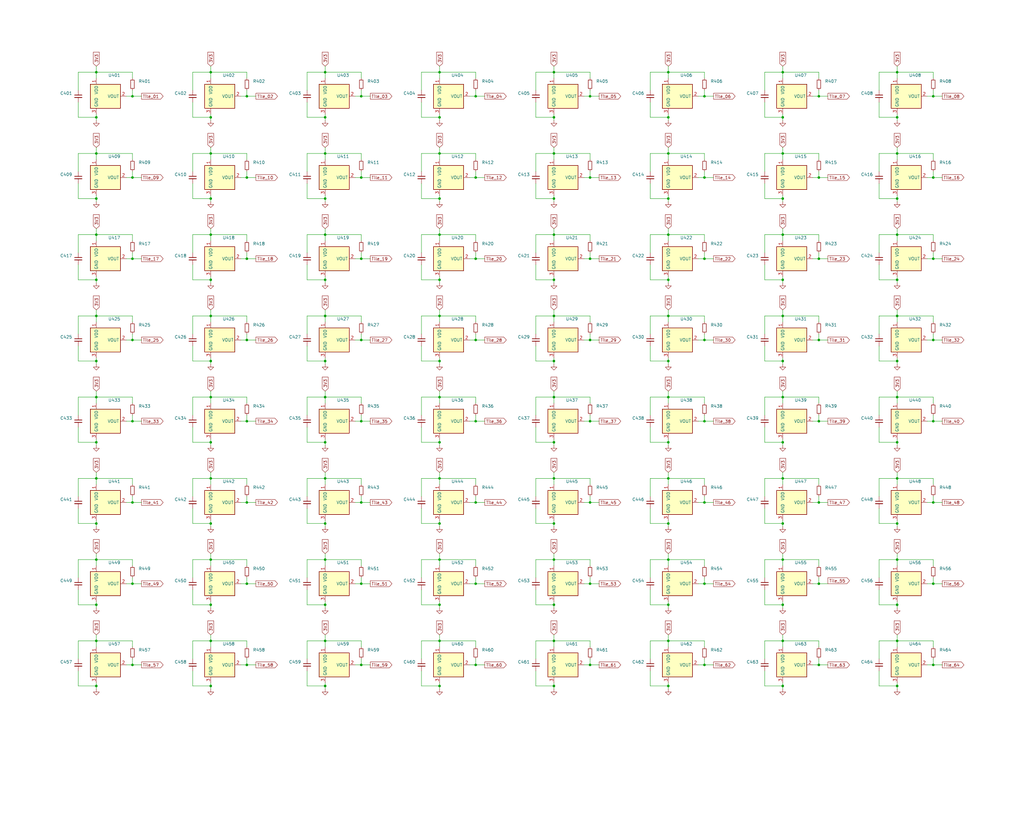
<source format=kicad_sch>
(kicad_sch (version 20211123) (generator eeschema)
  (paper "User" 432.003 350.012)
  (junction (at 185.42 152.4))
  (junction (at 378.46 49.53))
  (junction (at 104.14 40.64))
  (junction (at 233.68 186.69))
  (junction (at 55.88 246.38))
  (junction (at 88.9 64.77))
  (junction (at 88.9 270.51))
  (junction (at 185.42 118.11))
  (junction (at 88.9 289.56))
  (junction (at 200.66 143.51))
  (junction (at 281.94 167.64))
  (junction (at 88.9 30.48))
  (junction (at 88.9 152.4))
  (junction (at 40.64 255.27))
  (junction (at 88.9 220.98))
  (junction (at 393.7 143.51))
  (junction (at 297.18 109.22))
  (junction (at 40.64 186.69))
  (junction (at 345.44 177.8))
  (junction (at 137.16 64.77))
  (junction (at 281.94 64.77))
  (junction (at 137.16 133.35))
  (junction (at 393.7 177.8))
  (junction (at 152.4 246.38))
  (junction (at 185.42 289.56))
  (junction (at 378.46 133.35))
  (junction (at 137.16 201.93))
  (junction (at 330.2 152.4))
  (junction (at 233.68 99.06))
  (junction (at 233.68 133.35))
  (junction (at 330.2 201.93))
  (junction (at 185.42 236.22))
  (junction (at 104.14 177.8))
  (junction (at 104.14 143.51))
  (junction (at 345.44 109.22))
  (junction (at 88.9 118.11))
  (junction (at 40.64 49.53))
  (junction (at 233.68 118.11))
  (junction (at 137.16 118.11))
  (junction (at 40.64 152.4))
  (junction (at 233.68 270.51))
  (junction (at 185.42 167.64))
  (junction (at 88.9 133.35))
  (junction (at 55.88 40.64))
  (junction (at 55.88 143.51))
  (junction (at 88.9 167.64))
  (junction (at 248.92 74.93))
  (junction (at 297.18 246.38))
  (junction (at 248.92 143.51))
  (junction (at 55.88 177.8))
  (junction (at 152.4 212.09))
  (junction (at 345.44 280.67))
  (junction (at 185.42 186.69))
  (junction (at 152.4 40.64))
  (junction (at 152.4 143.51))
  (junction (at 330.2 64.77))
  (junction (at 378.46 201.93))
  (junction (at 248.92 212.09))
  (junction (at 88.9 236.22))
  (junction (at 185.42 64.77))
  (junction (at 88.9 255.27))
  (junction (at 281.94 152.4))
  (junction (at 330.2 118.11))
  (junction (at 330.2 270.51))
  (junction (at 185.42 255.27))
  (junction (at 137.16 83.82))
  (junction (at 185.42 220.98))
  (junction (at 185.42 201.93))
  (junction (at 297.18 74.93))
  (junction (at 281.94 270.51))
  (junction (at 40.64 201.93))
  (junction (at 200.66 109.22))
  (junction (at 378.46 83.82))
  (junction (at 281.94 118.11))
  (junction (at 378.46 152.4))
  (junction (at 104.14 280.67))
  (junction (at 393.7 109.22))
  (junction (at 393.7 212.09))
  (junction (at 281.94 83.82))
  (junction (at 88.9 99.06))
  (junction (at 248.92 246.38))
  (junction (at 40.64 64.77))
  (junction (at 88.9 201.93))
  (junction (at 200.66 74.93))
  (junction (at 345.44 40.64))
  (junction (at 200.66 177.8))
  (junction (at 137.16 220.98))
  (junction (at 137.16 289.56))
  (junction (at 330.2 49.53))
  (junction (at 281.94 186.69))
  (junction (at 248.92 40.64))
  (junction (at 40.64 167.64))
  (junction (at 152.4 280.67))
  (junction (at 233.68 220.98))
  (junction (at 378.46 220.98))
  (junction (at 378.46 99.06))
  (junction (at 185.42 83.82))
  (junction (at 152.4 74.93))
  (junction (at 40.64 83.82))
  (junction (at 88.9 83.82))
  (junction (at 40.64 133.35))
  (junction (at 152.4 177.8))
  (junction (at 281.94 99.06))
  (junction (at 104.14 109.22))
  (junction (at 378.46 167.64))
  (junction (at 281.94 236.22))
  (junction (at 248.92 280.67))
  (junction (at 393.7 246.38))
  (junction (at 248.92 177.8))
  (junction (at 330.2 99.06))
  (junction (at 40.64 236.22))
  (junction (at 137.16 99.06))
  (junction (at 330.2 133.35))
  (junction (at 330.2 30.48))
  (junction (at 200.66 246.38))
  (junction (at 88.9 186.69))
  (junction (at 233.68 201.93))
  (junction (at 55.88 280.67))
  (junction (at 378.46 270.51))
  (junction (at 200.66 40.64))
  (junction (at 297.18 212.09))
  (junction (at 330.2 83.82))
  (junction (at 200.66 280.67))
  (junction (at 233.68 289.56))
  (junction (at 330.2 186.69))
  (junction (at 248.92 109.22))
  (junction (at 200.66 212.09))
  (junction (at 233.68 64.77))
  (junction (at 330.2 289.56))
  (junction (at 281.94 201.93))
  (junction (at 297.18 280.67))
  (junction (at 40.64 30.48))
  (junction (at 185.42 270.51))
  (junction (at 393.7 74.93))
  (junction (at 281.94 30.48))
  (junction (at 330.2 220.98))
  (junction (at 137.16 270.51))
  (junction (at 185.42 133.35))
  (junction (at 55.88 74.93))
  (junction (at 281.94 220.98))
  (junction (at 40.64 289.56))
  (junction (at 345.44 212.09))
  (junction (at 152.4 109.22))
  (junction (at 233.68 152.4))
  (junction (at 378.46 30.48))
  (junction (at 330.2 167.64))
  (junction (at 137.16 49.53))
  (junction (at 393.7 280.67))
  (junction (at 330.2 236.22))
  (junction (at 40.64 118.11))
  (junction (at 137.16 186.69))
  (junction (at 137.16 236.22))
  (junction (at 40.64 270.51))
  (junction (at 330.2 255.27))
  (junction (at 378.46 118.11))
  (junction (at 378.46 64.77))
  (junction (at 378.46 255.27))
  (junction (at 297.18 143.51))
  (junction (at 297.18 177.8))
  (junction (at 233.68 167.64))
  (junction (at 137.16 152.4))
  (junction (at 281.94 289.56))
  (junction (at 55.88 109.22))
  (junction (at 233.68 83.82))
  (junction (at 233.68 30.48))
  (junction (at 345.44 143.51))
  (junction (at 40.64 99.06))
  (junction (at 137.16 255.27))
  (junction (at 137.16 167.64))
  (junction (at 281.94 133.35))
  (junction (at 281.94 49.53))
  (junction (at 297.18 40.64))
  (junction (at 345.44 246.38))
  (junction (at 88.9 49.53))
  (junction (at 185.42 30.48))
  (junction (at 378.46 186.69))
  (junction (at 393.7 40.64))
  (junction (at 345.44 74.93))
  (junction (at 40.64 220.98))
  (junction (at 233.68 255.27))
  (junction (at 104.14 246.38))
  (junction (at 233.68 49.53))
  (junction (at 378.46 236.22))
  (junction (at 378.46 289.56))
  (junction (at 104.14 212.09))
  (junction (at 281.94 255.27))
  (junction (at 55.88 212.09))
  (junction (at 104.14 74.93))
  (junction (at 185.42 49.53))
  (junction (at 185.42 99.06))
  (junction (at 233.68 236.22))
  (junction (at 137.16 30.48))
  (wire (pts (xy 55.88 74.93) (xy 59.69 74.93)))
  (wire (pts (xy 185.42 118.11) (xy 185.42 119.38)))
  (wire (pts (xy 104.14 167.64) (xy 88.9 167.64)))
  (wire (pts (xy 200.66 74.93) (xy 204.47 74.93)))
  (wire (pts (xy 345.44 201.93) (xy 330.2 201.93)))
  (wire (pts (xy 274.32 255.27) (xy 281.94 255.27)))
  (wire (pts (xy 200.66 270.51) (xy 185.42 270.51)))
  (wire (pts (xy 370.84 43.18) (xy 370.84 49.53)))
  (wire (pts (xy 177.8 220.98) (xy 185.42 220.98)))
  (wire (pts (xy 274.32 77.47) (xy 274.32 83.82)))
  (wire (pts (xy 177.8 167.64) (xy 185.42 167.64)))
  (wire (pts (xy 226.06 186.69) (xy 233.68 186.69)))
  (wire (pts (xy 322.58 186.69) (xy 330.2 186.69)))
  (wire (pts (xy 378.46 270.51) (xy 378.46 273.05)))
  (wire (pts (xy 177.8 146.05) (xy 177.8 152.4)))
  (wire (pts (xy 281.94 288.29) (xy 281.94 289.56)))
  (wire (pts (xy 129.54 243.84) (xy 129.54 236.22)))
  (wire (pts (xy 55.88 204.47) (xy 55.88 201.93)))
  (wire (pts (xy 297.18 40.64) (xy 300.99 40.64)))
  (wire (pts (xy 330.2 152.4) (xy 330.2 153.67)))
  (wire (pts (xy 88.9 255.27) (xy 88.9 256.54)))
  (wire (pts (xy 152.4 170.18) (xy 152.4 167.64)))
  (wire (pts (xy 33.02 106.68) (xy 33.02 99.06)))
  (wire (pts (xy 378.46 289.56) (xy 378.46 290.83)))
  (wire (pts (xy 342.9 280.67) (xy 345.44 280.67)))
  (wire (pts (xy 248.92 133.35) (xy 233.68 133.35)))
  (wire (pts (xy 370.84 140.97) (xy 370.84 133.35)))
  (wire (pts (xy 345.44 243.84) (xy 345.44 246.38)))
  (wire (pts (xy 177.8 140.97) (xy 177.8 133.35)))
  (wire (pts (xy 152.4 106.68) (xy 152.4 109.22)))
  (wire (pts (xy 248.92 175.26) (xy 248.92 177.8)))
  (wire (pts (xy 101.6 40.64) (xy 104.14 40.64)))
  (wire (pts (xy 322.58 106.68) (xy 322.58 99.06)))
  (wire (pts (xy 294.64 280.67) (xy 297.18 280.67)))
  (wire (pts (xy 370.84 270.51) (xy 378.46 270.51)))
  (wire (pts (xy 226.06 64.77) (xy 233.68 64.77)))
  (wire (pts (xy 370.84 248.92) (xy 370.84 255.27)))
  (wire (pts (xy 137.16 186.69) (xy 137.16 187.96)))
  (wire (pts (xy 177.8 152.4) (xy 185.42 152.4)))
  (wire (pts (xy 81.28 186.69) (xy 88.9 186.69)))
  (wire (pts (xy 370.84 220.98) (xy 378.46 220.98)))
  (wire (pts (xy 81.28 180.34) (xy 81.28 186.69)))
  (wire (pts (xy 137.16 49.53) (xy 137.16 50.8)))
  (wire (pts (xy 33.02 270.51) (xy 40.64 270.51)))
  (wire (pts (xy 200.66 40.64) (xy 204.47 40.64)))
  (wire (pts (xy 129.54 248.92) (xy 129.54 255.27)))
  (wire (pts (xy 200.66 143.51) (xy 204.47 143.51)))
  (wire (pts (xy 81.28 175.26) (xy 81.28 167.64)))
  (wire (pts (xy 233.68 130.81) (xy 233.68 133.35)))
  (wire (pts (xy 274.32 175.26) (xy 274.32 167.64)))
  (wire (pts (xy 185.42 254) (xy 185.42 255.27)))
  (wire (pts (xy 345.44 40.64) (xy 349.25 40.64)))
  (wire (pts (xy 393.7 246.38) (xy 397.51 246.38)))
  (wire (pts (xy 200.66 67.31) (xy 200.66 64.77)))
  (wire (pts (xy 233.68 82.55) (xy 233.68 83.82)))
  (wire (pts (xy 104.14 67.31) (xy 104.14 64.77)))
  (wire (pts (xy 330.2 233.68) (xy 330.2 236.22)))
  (wire (pts (xy 370.84 255.27) (xy 378.46 255.27)))
  (wire (pts (xy 393.7 38.1) (xy 393.7 40.64)))
  (wire (pts (xy 391.16 40.64) (xy 393.7 40.64)))
  (wire (pts (xy 248.92 170.18) (xy 248.92 167.64)))
  (wire (pts (xy 246.38 177.8) (xy 248.92 177.8)))
  (wire (pts (xy 177.8 133.35) (xy 185.42 133.35)))
  (wire (pts (xy 297.18 204.47) (xy 297.18 201.93)))
  (wire (pts (xy 322.58 167.64) (xy 330.2 167.64)))
  (wire (pts (xy 129.54 278.13) (xy 129.54 270.51)))
  (wire (pts (xy 297.18 177.8) (xy 300.99 177.8)))
  (wire (pts (xy 226.06 77.47) (xy 226.06 83.82)))
  (wire (pts (xy 177.8 209.55) (xy 177.8 201.93)))
  (wire (pts (xy 345.44 30.48) (xy 330.2 30.48)))
  (wire (pts (xy 393.7 64.77) (xy 378.46 64.77)))
  (wire (pts (xy 248.92 243.84) (xy 248.92 246.38)))
  (wire (pts (xy 393.7 201.93) (xy 378.46 201.93)))
  (wire (pts (xy 33.02 180.34) (xy 33.02 186.69)))
  (wire (pts (xy 248.92 109.22) (xy 252.73 109.22)))
  (wire (pts (xy 233.68 270.51) (xy 233.68 273.05)))
  (wire (pts (xy 274.32 146.05) (xy 274.32 152.4)))
  (wire (pts (xy 378.46 96.52) (xy 378.46 99.06)))
  (wire (pts (xy 330.2 289.56) (xy 330.2 290.83)))
  (wire (pts (xy 81.28 255.27) (xy 88.9 255.27)))
  (wire (pts (xy 129.54 133.35) (xy 137.16 133.35)))
  (wire (pts (xy 104.14 175.26) (xy 104.14 177.8)))
  (wire (pts (xy 200.66 177.8) (xy 204.47 177.8)))
  (wire (pts (xy 281.94 289.56) (xy 281.94 290.83)))
  (wire (pts (xy 137.16 48.26) (xy 137.16 49.53)))
  (wire (pts (xy 55.88 143.51) (xy 59.69 143.51)))
  (wire (pts (xy 322.58 255.27) (xy 330.2 255.27)))
  (wire (pts (xy 81.28 72.39) (xy 81.28 64.77)))
  (wire (pts (xy 185.42 267.97) (xy 185.42 270.51)))
  (wire (pts (xy 81.28 64.77) (xy 88.9 64.77)))
  (wire (pts (xy 198.12 280.67) (xy 200.66 280.67)))
  (wire (pts (xy 81.28 278.13) (xy 81.28 270.51)))
  (wire (pts (xy 152.4 243.84) (xy 152.4 246.38)))
  (wire (pts (xy 274.32 270.51) (xy 281.94 270.51)))
  (wire (pts (xy 40.64 48.26) (xy 40.64 49.53)))
  (wire (pts (xy 393.7 135.89) (xy 393.7 133.35)))
  (wire (pts (xy 88.9 220.98) (xy 88.9 222.25)))
  (wire (pts (xy 185.42 49.53) (xy 185.42 50.8)))
  (wire (pts (xy 281.94 99.06) (xy 281.94 101.6)))
  (wire (pts (xy 149.86 246.38) (xy 152.4 246.38)))
  (wire (pts (xy 226.06 99.06) (xy 233.68 99.06)))
  (wire (pts (xy 129.54 77.47) (xy 129.54 83.82)))
  (wire (pts (xy 137.16 288.29) (xy 137.16 289.56)))
  (wire (pts (xy 129.54 38.1) (xy 129.54 30.48)))
  (wire (pts (xy 322.58 209.55) (xy 322.58 201.93)))
  (wire (pts (xy 104.14 99.06) (xy 88.9 99.06)))
  (wire (pts (xy 248.92 177.8) (xy 252.73 177.8)))
  (wire (pts (xy 345.44 236.22) (xy 330.2 236.22)))
  (wire (pts (xy 226.06 146.05) (xy 226.06 152.4)))
  (wire (pts (xy 370.84 201.93) (xy 378.46 201.93)))
  (wire (pts (xy 137.16 185.42) (xy 137.16 186.69)))
  (wire (pts (xy 330.2 83.82) (xy 330.2 85.09)))
  (wire (pts (xy 322.58 201.93) (xy 330.2 201.93)))
  (wire (pts (xy 370.84 283.21) (xy 370.84 289.56)))
  (wire (pts (xy 322.58 38.1) (xy 322.58 30.48)))
  (wire (pts (xy 297.18 106.68) (xy 297.18 109.22)))
  (wire (pts (xy 345.44 278.13) (xy 345.44 280.67)))
  (wire (pts (xy 345.44 270.51) (xy 330.2 270.51)))
  (wire (pts (xy 104.14 270.51) (xy 88.9 270.51)))
  (wire (pts (xy 330.2 186.69) (xy 330.2 187.96)))
  (wire (pts (xy 53.34 143.51) (xy 55.88 143.51)))
  (wire (pts (xy 345.44 38.1) (xy 345.44 40.64)))
  (wire (pts (xy 152.4 143.51) (xy 156.21 143.51)))
  (wire (pts (xy 200.66 109.22) (xy 204.47 109.22)))
  (wire (pts (xy 40.64 167.64) (xy 40.64 170.18)))
  (wire (pts (xy 129.54 111.76) (xy 129.54 118.11)))
  (wire (pts (xy 40.64 254) (xy 40.64 255.27)))
  (wire (pts (xy 345.44 135.89) (xy 345.44 133.35)))
  (wire (pts (xy 137.16 254) (xy 137.16 255.27)))
  (wire (pts (xy 104.14 201.93) (xy 88.9 201.93)))
  (wire (pts (xy 104.14 135.89) (xy 104.14 133.35)))
  (wire (pts (xy 248.92 238.76) (xy 248.92 236.22)))
  (wire (pts (xy 177.8 255.27) (xy 185.42 255.27)))
  (wire (pts (xy 226.06 43.18) (xy 226.06 49.53)))
  (wire (pts (xy 177.8 270.51) (xy 185.42 270.51)))
  (wire (pts (xy 33.02 214.63) (xy 33.02 220.98)))
  (wire (pts (xy 81.28 220.98) (xy 88.9 220.98)))
  (wire (pts (xy 322.58 180.34) (xy 322.58 186.69)))
  (wire (pts (xy 330.2 254) (xy 330.2 255.27)))
  (wire (pts (xy 281.94 96.52) (xy 281.94 99.06)))
  (wire (pts (xy 297.18 38.1) (xy 297.18 40.64)))
  (wire (pts (xy 55.88 177.8) (xy 59.69 177.8)))
  (wire (pts (xy 40.64 118.11) (xy 40.64 119.38)))
  (wire (pts (xy 294.64 109.22) (xy 297.18 109.22)))
  (wire (pts (xy 185.42 289.56) (xy 185.42 290.83)))
  (wire (pts (xy 226.06 255.27) (xy 233.68 255.27)))
  (wire (pts (xy 248.92 280.67) (xy 252.73 280.67)))
  (wire (pts (xy 81.28 270.51) (xy 88.9 270.51)))
  (wire (pts (xy 137.16 255.27) (xy 137.16 256.54)))
  (wire (pts (xy 129.54 270.51) (xy 137.16 270.51)))
  (wire (pts (xy 137.16 96.52) (xy 137.16 99.06)))
  (wire (pts (xy 40.64 64.77) (xy 40.64 67.31)))
  (wire (pts (xy 393.7 74.93) (xy 397.51 74.93)))
  (wire (pts (xy 177.8 186.69) (xy 185.42 186.69)))
  (wire (pts (xy 81.28 99.06) (xy 88.9 99.06)))
  (wire (pts (xy 274.32 209.55) (xy 274.32 201.93)))
  (wire (pts (xy 378.46 82.55) (xy 378.46 83.82)))
  (wire (pts (xy 294.64 143.51) (xy 297.18 143.51)))
  (wire (pts (xy 297.18 74.93) (xy 300.99 74.93)))
  (wire (pts (xy 53.34 212.09) (xy 55.88 212.09)))
  (wire (pts (xy 281.94 220.98) (xy 281.94 222.25)))
  (wire (pts (xy 104.14 143.51) (xy 107.95 143.51)))
  (wire (pts (xy 226.06 167.64) (xy 233.68 167.64)))
  (wire (pts (xy 33.02 118.11) (xy 40.64 118.11)))
  (wire (pts (xy 200.66 101.6) (xy 200.66 99.06)))
  (wire (pts (xy 233.68 133.35) (xy 233.68 135.89)))
  (wire (pts (xy 370.84 209.55) (xy 370.84 201.93)))
  (wire (pts (xy 88.9 167.64) (xy 88.9 170.18)))
  (wire (pts (xy 345.44 67.31) (xy 345.44 64.77)))
  (wire (pts (xy 152.4 74.93) (xy 156.21 74.93)))
  (wire (pts (xy 88.9 82.55) (xy 88.9 83.82)))
  (wire (pts (xy 104.14 170.18) (xy 104.14 167.64)))
  (wire (pts (xy 185.42 152.4) (xy 185.42 153.67)))
  (wire (pts (xy 149.86 109.22) (xy 152.4 109.22)))
  (wire (pts (xy 104.14 64.77) (xy 88.9 64.77)))
  (wire (pts (xy 322.58 111.76) (xy 322.58 118.11)))
  (wire (pts (xy 330.2 219.71) (xy 330.2 220.98)))
  (wire (pts (xy 33.02 64.77) (xy 40.64 64.77)))
  (wire (pts (xy 129.54 30.48) (xy 137.16 30.48)))
  (wire (pts (xy 185.42 27.94) (xy 185.42 30.48)))
  (wire (pts (xy 281.94 219.71) (xy 281.94 220.98)))
  (wire (pts (xy 200.66 133.35) (xy 185.42 133.35)))
  (wire (pts (xy 274.32 118.11) (xy 281.94 118.11)))
  (wire (pts (xy 393.7 33.02) (xy 393.7 30.48)))
  (wire (pts (xy 345.44 109.22) (xy 349.25 109.22)))
  (wire (pts (xy 104.14 209.55) (xy 104.14 212.09)))
  (wire (pts (xy 330.2 201.93) (xy 330.2 204.47)))
  (wire (pts (xy 137.16 289.56) (xy 137.16 290.83)))
  (wire (pts (xy 378.46 64.77) (xy 378.46 67.31)))
  (wire (pts (xy 185.42 116.84) (xy 185.42 118.11)))
  (wire (pts (xy 391.16 143.51) (xy 393.7 143.51)))
  (wire (pts (xy 104.14 236.22) (xy 88.9 236.22)))
  (wire (pts (xy 33.02 83.82) (xy 40.64 83.82)))
  (wire (pts (xy 322.58 83.82) (xy 330.2 83.82)))
  (wire (pts (xy 152.4 33.02) (xy 152.4 30.48)))
  (wire (pts (xy 393.7 177.8) (xy 397.51 177.8)))
  (wire (pts (xy 185.42 130.81) (xy 185.42 133.35)))
  (wire (pts (xy 345.44 64.77) (xy 330.2 64.77)))
  (wire (pts (xy 281.94 27.94) (xy 281.94 30.48)))
  (wire (pts (xy 330.2 288.29) (xy 330.2 289.56)))
  (wire (pts (xy 129.54 289.56) (xy 137.16 289.56)))
  (wire (pts (xy 149.86 177.8) (xy 152.4 177.8)))
  (wire (pts (xy 104.14 74.93) (xy 107.95 74.93)))
  (wire (pts (xy 185.42 99.06) (xy 185.42 101.6)))
  (wire (pts (xy 281.94 151.13) (xy 281.94 152.4)))
  (wire (pts (xy 55.88 40.64) (xy 59.69 40.64)))
  (wire (pts (xy 88.9 151.13) (xy 88.9 152.4)))
  (wire (pts (xy 233.68 186.69) (xy 233.68 187.96)))
  (wire (pts (xy 137.16 270.51) (xy 137.16 273.05)))
  (wire (pts (xy 297.18 140.97) (xy 297.18 143.51)))
  (wire (pts (xy 129.54 83.82) (xy 137.16 83.82)))
  (wire (pts (xy 378.46 130.81) (xy 378.46 133.35)))
  (wire (pts (xy 104.14 238.76) (xy 104.14 236.22)))
  (wire (pts (xy 149.86 280.67) (xy 152.4 280.67)))
  (wire (pts (xy 274.32 133.35) (xy 281.94 133.35)))
  (wire (pts (xy 185.42 219.71) (xy 185.42 220.98)))
  (wire (pts (xy 297.18 33.02) (xy 297.18 30.48)))
  (wire (pts (xy 342.9 109.22) (xy 345.44 109.22)))
  (wire (pts (xy 345.44 33.02) (xy 345.44 30.48)))
  (wire (pts (xy 81.28 118.11) (xy 88.9 118.11)))
  (wire (pts (xy 129.54 152.4) (xy 137.16 152.4)))
  (wire (pts (xy 297.18 270.51) (xy 281.94 270.51)))
  (wire (pts (xy 274.32 43.18) (xy 274.32 49.53)))
  (wire (pts (xy 330.2 130.81) (xy 330.2 133.35)))
  (wire (pts (xy 391.16 177.8) (xy 393.7 177.8)))
  (wire (pts (xy 330.2 82.55) (xy 330.2 83.82)))
  (wire (pts (xy 322.58 99.06) (xy 330.2 99.06)))
  (wire (pts (xy 322.58 152.4) (xy 330.2 152.4)))
  (wire (pts (xy 233.68 199.39) (xy 233.68 201.93)))
  (wire (pts (xy 137.16 27.94) (xy 137.16 30.48)))
  (wire (pts (xy 248.92 72.39) (xy 248.92 74.93)))
  (wire (pts (xy 152.4 30.48) (xy 137.16 30.48)))
  (wire (pts (xy 330.2 64.77) (xy 330.2 67.31)))
  (wire (pts (xy 274.32 283.21) (xy 274.32 289.56)))
  (wire (pts (xy 342.9 74.93) (xy 345.44 74.93)))
  (wire (pts (xy 393.7 204.47) (xy 393.7 201.93)))
  (wire (pts (xy 322.58 236.22) (xy 330.2 236.22)))
  (wire (pts (xy 149.86 143.51) (xy 152.4 143.51)))
  (wire (pts (xy 274.32 180.34) (xy 274.32 186.69)))
  (wire (pts (xy 81.28 289.56) (xy 88.9 289.56)))
  (wire (pts (xy 345.44 273.05) (xy 345.44 270.51)))
  (wire (pts (xy 55.88 135.89) (xy 55.88 133.35)))
  (wire (pts (xy 393.7 212.09) (xy 397.51 212.09)))
  (wire (pts (xy 40.64 151.13) (xy 40.64 152.4)))
  (wire (pts (xy 55.88 238.76) (xy 55.88 236.22)))
  (wire (pts (xy 248.92 140.97) (xy 248.92 143.51)))
  (wire (pts (xy 200.66 38.1) (xy 200.66 40.64)))
  (wire (pts (xy 88.9 165.1) (xy 88.9 167.64)))
  (wire (pts (xy 88.9 233.68) (xy 88.9 236.22)))
  (wire (pts (xy 40.64 199.39) (xy 40.64 201.93)))
  (wire (pts (xy 81.28 77.47) (xy 81.28 83.82)))
  (wire (pts (xy 233.68 30.48) (xy 233.68 33.02)))
  (wire (pts (xy 345.44 246.38) (xy 349.25 246.38)))
  (wire (pts (xy 200.66 106.68) (xy 200.66 109.22)))
  (wire (pts (xy 297.18 280.67) (xy 300.99 280.67)))
  (wire (pts (xy 152.4 238.76) (xy 152.4 236.22)))
  (wire (pts (xy 393.7 143.51) (xy 397.51 143.51)))
  (wire (pts (xy 185.42 48.26) (xy 185.42 49.53)))
  (wire (pts (xy 81.28 49.53) (xy 88.9 49.53)))
  (wire (pts (xy 274.32 64.77) (xy 281.94 64.77)))
  (wire (pts (xy 274.32 278.13) (xy 274.32 270.51)))
  (wire (pts (xy 378.46 151.13) (xy 378.46 152.4)))
  (wire (pts (xy 198.12 246.38) (xy 200.66 246.38)))
  (wire (pts (xy 378.46 219.71) (xy 378.46 220.98)))
  (wire (pts (xy 233.68 289.56) (xy 233.68 290.83)))
  (wire (pts (xy 129.54 180.34) (xy 129.54 186.69)))
  (wire (pts (xy 274.32 167.64) (xy 281.94 167.64)))
  (wire (pts (xy 104.14 40.64) (xy 107.95 40.64)))
  (wire (pts (xy 233.68 152.4) (xy 233.68 153.67)))
  (wire (pts (xy 137.16 99.06) (xy 137.16 101.6)))
  (wire (pts (xy 281.94 30.48) (xy 281.94 33.02)))
  (wire (pts (xy 33.02 243.84) (xy 33.02 236.22)))
  (wire (pts (xy 177.8 201.93) (xy 185.42 201.93)))
  (wire (pts (xy 246.38 246.38) (xy 248.92 246.38)))
  (wire (pts (xy 200.66 236.22) (xy 185.42 236.22)))
  (wire (pts (xy 393.7 238.76) (xy 393.7 236.22)))
  (wire (pts (xy 33.02 140.97) (xy 33.02 133.35)))
  (wire (pts (xy 322.58 289.56) (xy 330.2 289.56)))
  (wire (pts (xy 226.06 278.13) (xy 226.06 270.51)))
  (wire (pts (xy 129.54 99.06) (xy 137.16 99.06)))
  (wire (pts (xy 104.14 278.13) (xy 104.14 280.67)))
  (wire (pts (xy 345.44 106.68) (xy 345.44 109.22)))
  (wire (pts (xy 177.8 248.92) (xy 177.8 255.27)))
  (wire (pts (xy 55.88 175.26) (xy 55.88 177.8)))
  (wire (pts (xy 81.28 248.92) (xy 81.28 255.27)))
  (wire (pts (xy 246.38 280.67) (xy 248.92 280.67)))
  (wire (pts (xy 378.46 220.98) (xy 378.46 222.25)))
  (wire (pts (xy 297.18 273.05) (xy 297.18 270.51)))
  (wire (pts (xy 393.7 30.48) (xy 378.46 30.48)))
  (wire (pts (xy 378.46 83.82) (xy 378.46 85.09)))
  (wire (pts (xy 200.66 273.05) (xy 200.66 270.51)))
  (wire (pts (xy 185.42 96.52) (xy 185.42 99.06)))
  (wire (pts (xy 297.18 143.51) (xy 300.99 143.51)))
  (wire (pts (xy 233.68 64.77) (xy 233.68 67.31)))
  (wire (pts (xy 177.8 30.48) (xy 185.42 30.48)))
  (wire (pts (xy 330.2 167.64) (xy 330.2 170.18)))
  (wire (pts (xy 40.64 82.55) (xy 40.64 83.82)))
  (wire (pts (xy 393.7 278.13) (xy 393.7 280.67)))
  (wire (pts (xy 330.2 199.39) (xy 330.2 201.93)))
  (wire (pts (xy 370.84 278.13) (xy 370.84 270.51)))
  (wire (pts (xy 370.84 49.53) (xy 378.46 49.53)))
  (wire (pts (xy 88.9 236.22) (xy 88.9 238.76)))
  (wire (pts (xy 104.14 38.1) (xy 104.14 40.64)))
  (wire (pts (xy 177.8 214.63) (xy 177.8 220.98)))
  (wire (pts (xy 81.28 43.18) (xy 81.28 49.53)))
  (wire (pts (xy 149.86 40.64) (xy 152.4 40.64)))
  (wire (pts (xy 137.16 118.11) (xy 137.16 119.38)))
  (wire (pts (xy 342.9 212.09) (xy 345.44 212.09)))
  (wire (pts (xy 137.16 151.13) (xy 137.16 152.4)))
  (wire (pts (xy 129.54 209.55) (xy 129.54 201.93)))
  (wire (pts (xy 152.4 38.1) (xy 152.4 40.64)))
  (wire (pts (xy 88.9 99.06) (xy 88.9 101.6)))
  (wire (pts (xy 322.58 49.53) (xy 330.2 49.53)))
  (wire (pts (xy 198.12 109.22) (xy 200.66 109.22)))
  (wire (pts (xy 40.64 270.51) (xy 40.64 273.05)))
  (wire (pts (xy 88.9 30.48) (xy 88.9 33.02)))
  (wire (pts (xy 393.7 72.39) (xy 393.7 74.93)))
  (wire (pts (xy 33.02 175.26) (xy 33.02 167.64)))
  (wire (pts (xy 33.02 236.22) (xy 40.64 236.22)))
  (wire (pts (xy 152.4 67.31) (xy 152.4 64.77)))
  (wire (pts (xy 33.02 220.98) (xy 40.64 220.98)))
  (wire (pts (xy 393.7 40.64) (xy 397.51 40.64)))
  (wire (pts (xy 40.64 133.35) (xy 40.64 135.89)))
  (wire (pts (xy 33.02 72.39) (xy 33.02 64.77)))
  (wire (pts (xy 88.9 267.97) (xy 88.9 270.51)))
  (wire (pts (xy 200.66 72.39) (xy 200.66 74.93)))
  (wire (pts (xy 40.64 99.06) (xy 40.64 101.6)))
  (wire (pts (xy 81.28 146.05) (xy 81.28 152.4)))
  (wire (pts (xy 330.2 165.1) (xy 330.2 167.64)))
  (wire (pts (xy 129.54 118.11) (xy 137.16 118.11)))
  (wire (pts (xy 322.58 140.97) (xy 322.58 133.35)))
  (wire (pts (xy 297.18 167.64) (xy 281.94 167.64)))
  (wire (pts (xy 393.7 167.64) (xy 378.46 167.64)))
  (wire (pts (xy 281.94 118.11) (xy 281.94 119.38)))
  (wire (pts (xy 330.2 27.94) (xy 330.2 30.48)))
  (wire (pts (xy 378.46 118.11) (xy 378.46 119.38)))
  (wire (pts (xy 185.42 288.29) (xy 185.42 289.56)))
  (wire (pts (xy 248.92 236.22) (xy 233.68 236.22)))
  (wire (pts (xy 233.68 165.1) (xy 233.68 167.64)))
  (wire (pts (xy 101.6 74.93) (xy 104.14 74.93)))
  (wire (pts (xy 393.7 170.18) (xy 393.7 167.64)))
  (wire (pts (xy 129.54 146.05) (xy 129.54 152.4)))
  (wire (pts (xy 101.6 212.09) (xy 104.14 212.09)))
  (wire (pts (xy 55.88 246.38) (xy 59.69 246.38)))
  (wire (pts (xy 137.16 267.97) (xy 137.16 270.51)))
  (wire (pts (xy 226.06 180.34) (xy 226.06 186.69)))
  (wire (pts (xy 55.88 140.97) (xy 55.88 143.51)))
  (wire (pts (xy 274.32 214.63) (xy 274.32 220.98)))
  (wire (pts (xy 322.58 30.48) (xy 330.2 30.48)))
  (wire (pts (xy 248.92 135.89) (xy 248.92 133.35)))
  (wire (pts (xy 137.16 30.48) (xy 137.16 33.02)))
  (wire (pts (xy 200.66 209.55) (xy 200.66 212.09)))
  (wire (pts (xy 345.44 99.06) (xy 330.2 99.06)))
  (wire (pts (xy 393.7 280.67) (xy 397.51 280.67)))
  (wire (pts (xy 378.46 116.84) (xy 378.46 118.11)))
  (wire (pts (xy 330.2 49.53) (xy 330.2 50.8)))
  (wire (pts (xy 370.84 289.56) (xy 378.46 289.56)))
  (wire (pts (xy 152.4 201.93) (xy 137.16 201.93)))
  (wire (pts (xy 226.06 283.21) (xy 226.06 289.56)))
  (wire (pts (xy 226.06 175.26) (xy 226.06 167.64)))
  (wire (pts (xy 185.42 133.35) (xy 185.42 135.89)))
  (wire (pts (xy 322.58 72.39) (xy 322.58 64.77)))
  (wire (pts (xy 152.4 273.05) (xy 152.4 270.51)))
  (wire (pts (xy 370.84 118.11) (xy 378.46 118.11)))
  (wire (pts (xy 248.92 64.77) (xy 233.68 64.77)))
  (wire (pts (xy 152.4 135.89) (xy 152.4 133.35)))
  (wire (pts (xy 233.68 267.97) (xy 233.68 270.51)))
  (wire (pts (xy 246.38 40.64) (xy 248.92 40.64)))
  (wire (pts (xy 248.92 273.05) (xy 248.92 270.51)))
  (wire (pts (xy 33.02 111.76) (xy 33.02 118.11)))
  (wire (pts (xy 345.44 238.76) (xy 345.44 236.22)))
  (wire (pts (xy 297.18 170.18) (xy 297.18 167.64)))
  (wire (pts (xy 345.44 212.09) (xy 349.25 212.09)))
  (wire (pts (xy 40.64 219.71) (xy 40.64 220.98)))
  (wire (pts (xy 152.4 64.77) (xy 137.16 64.77)))
  (wire (pts (xy 200.66 278.13) (xy 200.66 280.67)))
  (wire (pts (xy 88.9 152.4) (xy 88.9 153.67)))
  (wire (pts (xy 137.16 82.55) (xy 137.16 83.82)))
  (wire (pts (xy 281.94 233.68) (xy 281.94 236.22)))
  (wire (pts (xy 281.94 254) (xy 281.94 255.27)))
  (wire (pts (xy 391.16 212.09) (xy 393.7 212.09)))
  (wire (pts (xy 185.42 270.51) (xy 185.42 273.05)))
  (wire (pts (xy 185.42 62.23) (xy 185.42 64.77)))
  (wire (pts (xy 185.42 220.98) (xy 185.42 222.25)))
  (wire (pts (xy 274.32 140.97) (xy 274.32 133.35)))
  (wire (pts (xy 226.06 111.76) (xy 226.06 118.11)))
  (wire (pts (xy 281.94 82.55) (xy 281.94 83.82)))
  (wire (pts (xy 393.7 133.35) (xy 378.46 133.35)))
  (wire (pts (xy 81.28 243.84) (xy 81.28 236.22)))
  (wire (pts (xy 274.32 111.76) (xy 274.32 118.11)))
  (wire (pts (xy 185.42 30.48) (xy 185.42 33.02)))
  (wire (pts (xy 88.9 130.81) (xy 88.9 133.35)))
  (wire (pts (xy 370.84 72.39) (xy 370.84 64.77)))
  (wire (pts (xy 137.16 219.71) (xy 137.16 220.98)))
  (wire (pts (xy 129.54 186.69) (xy 137.16 186.69)))
  (wire (pts (xy 129.54 283.21) (xy 129.54 289.56)))
  (wire (pts (xy 104.14 101.6) (xy 104.14 99.06)))
  (wire (pts (xy 40.64 267.97) (xy 40.64 270.51)))
  (wire (pts (xy 370.84 186.69) (xy 378.46 186.69)))
  (wire (pts (xy 345.44 177.8) (xy 349.25 177.8)))
  (wire (pts (xy 200.66 30.48) (xy 185.42 30.48)))
  (wire (pts (xy 378.46 165.1) (xy 378.46 167.64)))
  (wire (pts (xy 378.46 152.4) (xy 378.46 153.67)))
  (wire (pts (xy 233.68 27.94) (xy 233.68 30.48)))
  (wire (pts (xy 33.02 186.69) (xy 40.64 186.69)))
  (wire (pts (xy 226.06 152.4) (xy 233.68 152.4)))
  (wire (pts (xy 246.38 143.51) (xy 248.92 143.51)))
  (wire (pts (xy 149.86 74.93) (xy 152.4 74.93)))
  (wire (pts (xy 233.68 288.29) (xy 233.68 289.56)))
  (wire (pts (xy 53.34 74.93) (xy 55.88 74.93)))
  (wire (pts (xy 55.88 201.93) (xy 40.64 201.93)))
  (wire (pts (xy 185.42 83.82) (xy 185.42 85.09)))
  (wire (pts (xy 226.06 248.92) (xy 226.06 255.27)))
  (wire (pts (xy 152.4 246.38) (xy 156.21 246.38)))
  (wire (pts (xy 248.92 209.55) (xy 248.92 212.09)))
  (wire (pts (xy 378.46 62.23) (xy 378.46 64.77)))
  (wire (pts (xy 297.18 246.38) (xy 300.99 246.38)))
  (wire (pts (xy 370.84 133.35) (xy 378.46 133.35)))
  (wire (pts (xy 391.16 246.38) (xy 393.7 246.38)))
  (wire (pts (xy 393.7 140.97) (xy 393.7 143.51)))
  (wire (pts (xy 53.34 40.64) (xy 55.88 40.64)))
  (wire (pts (xy 88.9 199.39) (xy 88.9 201.93)))
  (wire (pts (xy 185.42 64.77) (xy 185.42 67.31)))
  (wire (pts (xy 40.64 116.84) (xy 40.64 118.11)))
  (wire (pts (xy 55.88 170.18) (xy 55.88 167.64)))
  (wire (pts (xy 137.16 165.1) (xy 137.16 167.64)))
  (wire (pts (xy 185.42 186.69) (xy 185.42 187.96)))
  (wire (pts (xy 393.7 67.31) (xy 393.7 64.77)))
  (wire (pts (xy 104.14 140.97) (xy 104.14 143.51)))
  (wire (pts (xy 200.66 204.47) (xy 200.66 201.93)))
  (wire (pts (xy 281.94 255.27) (xy 281.94 256.54)))
  (wire (pts (xy 137.16 62.23) (xy 137.16 64.77)))
  (wire (pts (xy 40.64 185.42) (xy 40.64 186.69)))
  (wire (pts (xy 33.02 289.56) (xy 40.64 289.56)))
  (wire (pts (xy 137.16 236.22) (xy 137.16 238.76)))
  (wire (pts (xy 294.64 40.64) (xy 297.18 40.64)))
  (wire (pts (xy 226.06 289.56) (xy 233.68 289.56)))
  (wire (pts (xy 152.4 236.22) (xy 137.16 236.22)))
  (wire (pts (xy 294.64 212.09) (xy 297.18 212.09)))
  (wire (pts (xy 274.32 49.53) (xy 281.94 49.53)))
  (wire (pts (xy 177.8 77.47) (xy 177.8 83.82)))
  (wire (pts (xy 55.88 280.67) (xy 59.69 280.67)))
  (wire (pts (xy 55.88 99.06) (xy 40.64 99.06)))
  (wire (pts (xy 370.84 152.4) (xy 378.46 152.4)))
  (wire (pts (xy 330.2 30.48) (xy 330.2 33.02)))
  (wire (pts (xy 55.88 133.35) (xy 40.64 133.35)))
  (wire (pts (xy 274.32 243.84) (xy 274.32 236.22)))
  (wire (pts (xy 330.2 118.11) (xy 330.2 119.38)))
  (wire (pts (xy 248.92 204.47) (xy 248.92 201.93)))
  (wire (pts (xy 152.4 140.97) (xy 152.4 143.51)))
  (wire (pts (xy 391.16 280.67) (xy 393.7 280.67)))
  (wire (pts (xy 281.94 165.1) (xy 281.94 167.64)))
  (wire (pts (xy 297.18 109.22) (xy 300.99 109.22)))
  (wire (pts (xy 233.68 220.98) (xy 233.68 222.25)))
  (wire (pts (xy 88.9 48.26) (xy 88.9 49.53)))
  (wire (pts (xy 101.6 143.51) (xy 104.14 143.51)))
  (wire (pts (xy 88.9 270.51) (xy 88.9 273.05)))
  (wire (pts (xy 152.4 278.13) (xy 152.4 280.67)))
  (wire (pts (xy 137.16 130.81) (xy 137.16 133.35)))
  (wire (pts (xy 274.32 220.98) (xy 281.94 220.98)))
  (wire (pts (xy 274.32 30.48) (xy 281.94 30.48)))
  (wire (pts (xy 248.92 246.38) (xy 252.73 246.38)))
  (wire (pts (xy 248.92 106.68) (xy 248.92 109.22)))
  (wire (pts (xy 370.84 180.34) (xy 370.84 186.69)))
  (wire (pts (xy 104.14 33.02) (xy 104.14 30.48)))
  (wire (pts (xy 152.4 109.22) (xy 156.21 109.22)))
  (wire (pts (xy 233.68 201.93) (xy 233.68 204.47)))
  (wire (pts (xy 55.88 236.22) (xy 40.64 236.22)))
  (wire (pts (xy 378.46 99.06) (xy 378.46 101.6)))
  (wire (pts (xy 345.44 72.39) (xy 345.44 74.93)))
  (wire (pts (xy 55.88 30.48) (xy 40.64 30.48)))
  (wire (pts (xy 393.7 106.68) (xy 393.7 109.22)))
  (wire (pts (xy 322.58 118.11) (xy 330.2 118.11)))
  (wire (pts (xy 152.4 280.67) (xy 156.21 280.67)))
  (wire (pts (xy 55.88 67.31) (xy 55.88 64.77)))
  (wire (pts (xy 370.84 146.05) (xy 370.84 152.4)))
  (wire (pts (xy 129.54 49.53) (xy 137.16 49.53)))
  (wire (pts (xy 55.88 109.22) (xy 59.69 109.22)))
  (wire (pts (xy 378.46 255.27) (xy 378.46 256.54)))
  (wire (pts (xy 129.54 236.22) (xy 137.16 236.22)))
  (wire (pts (xy 104.14 246.38) (xy 107.95 246.38)))
  (wire (pts (xy 281.94 62.23) (xy 281.94 64.77)))
  (wire (pts (xy 370.84 175.26) (xy 370.84 167.64)))
  (wire (pts (xy 152.4 209.55) (xy 152.4 212.09)))
  (wire (pts (xy 152.4 270.51) (xy 137.16 270.51)))
  (wire (pts (xy 233.68 96.52) (xy 233.68 99.06)))
  (wire (pts (xy 55.88 33.02) (xy 55.88 30.48)))
  (wire (pts (xy 200.66 280.67) (xy 204.47 280.67)))
  (wire (pts (xy 248.92 101.6) (xy 248.92 99.06)))
  (wire (pts (xy 152.4 133.35) (xy 137.16 133.35)))
  (wire (pts (xy 370.84 83.82) (xy 378.46 83.82)))
  (wire (pts (xy 200.66 33.02) (xy 200.66 30.48)))
  (wire (pts (xy 55.88 212.09) (xy 59.69 212.09)))
  (wire (pts (xy 81.28 209.55) (xy 81.28 201.93)))
  (wire (pts (xy 81.28 38.1) (xy 81.28 30.48)))
  (wire (pts (xy 274.32 38.1) (xy 274.32 30.48)))
  (wire (pts (xy 274.32 72.39) (xy 274.32 64.77)))
  (wire (pts (xy 129.54 201.93) (xy 137.16 201.93)))
  (wire (pts (xy 378.46 30.48) (xy 378.46 33.02)))
  (wire (pts (xy 55.88 101.6) (xy 55.88 99.06)))
  (wire (pts (xy 297.18 72.39) (xy 297.18 74.93)))
  (wire (pts (xy 101.6 177.8) (xy 104.14 177.8)))
  (wire (pts (xy 177.8 106.68) (xy 177.8 99.06)))
  (wire (pts (xy 40.64 220.98) (xy 40.64 222.25)))
  (wire (pts (xy 81.28 83.82) (xy 88.9 83.82)))
  (wire (pts (xy 177.8 64.77) (xy 185.42 64.77)))
  (wire (pts (xy 185.42 201.93) (xy 185.42 204.47)))
  (wire (pts (xy 378.46 48.26) (xy 378.46 49.53)))
  (wire (pts (xy 393.7 109.22) (xy 397.51 109.22)))
  (wire (pts (xy 81.28 167.64) (xy 88.9 167.64)))
  (wire (pts (xy 322.58 278.13) (xy 322.58 270.51)))
  (wire (pts (xy 322.58 146.05) (xy 322.58 152.4)))
  (wire (pts (xy 248.92 167.64) (xy 233.68 167.64)))
  (wire (pts (xy 88.9 133.35) (xy 88.9 135.89)))
  (wire (pts (xy 378.46 254) (xy 378.46 255.27)))
  (wire (pts (xy 281.94 270.51) (xy 281.94 273.05)))
  (wire (pts (xy 40.64 62.23) (xy 40.64 64.77)))
  (wire (pts (xy 198.12 212.09) (xy 200.66 212.09)))
  (wire (pts (xy 104.14 212.09) (xy 107.95 212.09)))
  (wire (pts (xy 177.8 236.22) (xy 185.42 236.22)))
  (wire (pts (xy 246.38 74.93) (xy 248.92 74.93)))
  (wire (pts (xy 88.9 96.52) (xy 88.9 99.06)))
  (wire (pts (xy 185.42 233.68) (xy 185.42 236.22)))
  (wire (pts (xy 281.94 167.64) (xy 281.94 170.18)))
  (wire (pts (xy 297.18 101.6) (xy 297.18 99.06)))
  (wire (pts (xy 129.54 106.68) (xy 129.54 99.06)))
  (wire (pts (xy 200.66 64.77) (xy 185.42 64.77)))
  (wire (pts (xy 322.58 77.47) (xy 322.58 83.82)))
  (wire (pts (xy 233.68 151.13) (xy 233.68 152.4)))
  (wire (pts (xy 281.94 130.81) (xy 281.94 133.35)))
  (wire (pts (xy 330.2 48.26) (xy 330.2 49.53)))
  (wire (pts (xy 248.92 30.48) (xy 233.68 30.48)))
  (wire (pts (xy 81.28 30.48) (xy 88.9 30.48)))
  (wire (pts (xy 81.28 133.35) (xy 88.9 133.35)))
  (wire (pts (xy 248.92 201.93) (xy 233.68 201.93)))
  (wire (pts (xy 53.34 177.8) (xy 55.88 177.8)))
  (wire (pts (xy 200.66 246.38) (xy 204.47 246.38)))
  (wire (pts (xy 378.46 201.93) (xy 378.46 204.47)))
  (wire (pts (xy 200.66 135.89) (xy 200.66 133.35)))
  (wire (pts (xy 226.06 220.98) (xy 233.68 220.98)))
  (wire (pts (xy 40.64 201.93) (xy 40.64 204.47)))
  (wire (pts (xy 200.66 201.93) (xy 185.42 201.93)))
  (wire (pts (xy 393.7 270.51) (xy 378.46 270.51)))
  (wire (pts (xy 88.9 118.11) (xy 88.9 119.38)))
  (wire (pts (xy 152.4 40.64) (xy 156.21 40.64)))
  (wire (pts (xy 248.92 40.64) (xy 252.73 40.64)))
  (wire (pts (xy 129.54 43.18) (xy 129.54 49.53)))
  (wire (pts (xy 297.18 30.48) (xy 281.94 30.48)))
  (wire (pts (xy 281.94 133.35) (xy 281.94 135.89)))
  (wire (pts (xy 185.42 151.13) (xy 185.42 152.4)))
  (wire (pts (xy 281.94 116.84) (xy 281.94 118.11)))
  (wire (pts (xy 137.16 116.84) (xy 137.16 118.11)))
  (wire (pts (xy 297.18 64.77) (xy 281.94 64.77)))
  (wire (pts (xy 330.2 62.23) (xy 330.2 64.77)))
  (wire (pts (xy 137.16 64.77) (xy 137.16 67.31)))
  (wire (pts (xy 177.8 283.21) (xy 177.8 289.56)))
  (wire (pts (xy 129.54 220.98) (xy 137.16 220.98)))
  (wire (pts (xy 378.46 186.69) (xy 378.46 187.96)))
  (wire (pts (xy 40.64 27.94) (xy 40.64 30.48)))
  (wire (pts (xy 33.02 146.05) (xy 33.02 152.4)))
  (wire (pts (xy 137.16 152.4) (xy 137.16 153.67)))
  (wire (pts (xy 330.2 267.97) (xy 330.2 270.51)))
  (wire (pts (xy 198.12 40.64) (xy 200.66 40.64)))
  (wire (pts (xy 129.54 175.26) (xy 129.54 167.64)))
  (wire (pts (xy 281.94 186.69) (xy 281.94 187.96)))
  (wire (pts (xy 274.32 248.92) (xy 274.32 255.27)))
  (wire (pts (xy 378.46 133.35) (xy 378.46 135.89)))
  (wire (pts (xy 226.06 83.82) (xy 233.68 83.82)))
  (wire (pts (xy 274.32 83.82) (xy 281.94 83.82)))
  (wire (pts (xy 378.46 185.42) (xy 378.46 186.69)))
  (wire (pts (xy 281.94 201.93) (xy 281.94 204.47)))
  (wire (pts (xy 33.02 209.55) (xy 33.02 201.93)))
  (wire (pts (xy 226.06 214.63) (xy 226.06 220.98)))
  (wire (pts (xy 226.06 140.97) (xy 226.06 133.35)))
  (wire (pts (xy 330.2 116.84) (xy 330.2 118.11)))
  (wire (pts (xy 226.06 49.53) (xy 233.68 49.53)))
  (wire (pts (xy 152.4 177.8) (xy 156.21 177.8)))
  (wire (pts (xy 88.9 62.23) (xy 88.9 64.77)))
  (wire (pts (xy 33.02 255.27) (xy 40.64 255.27)))
  (wire (pts (xy 322.58 243.84) (xy 322.58 236.22)))
  (wire (pts (xy 393.7 243.84) (xy 393.7 246.38)))
  (wire (pts (xy 40.64 165.1) (xy 40.64 167.64)))
  (wire (pts (xy 322.58 248.92) (xy 322.58 255.27)))
  (wire (pts (xy 393.7 273.05) (xy 393.7 270.51)))
  (wire (pts (xy 281.94 236.22) (xy 281.94 238.76)))
  (wire (pts (xy 104.14 109.22) (xy 107.95 109.22)))
  (wire (pts (xy 370.84 38.1) (xy 370.84 30.48)))
  (wire (pts (xy 33.02 43.18) (xy 33.02 49.53)))
  (wire (pts (xy 330.2 99.06) (xy 330.2 101.6)))
  (wire (pts (xy 322.58 214.63) (xy 322.58 220.98)))
  (wire (pts (xy 40.64 83.82) (xy 40.64 85.09)))
  (wire (pts (xy 281.94 152.4) (xy 281.94 153.67)))
  (wire (pts (xy 248.92 270.51) (xy 233.68 270.51)))
  (wire (pts (xy 345.44 133.35) (xy 330.2 133.35)))
  (wire (pts (xy 294.64 177.8) (xy 297.18 177.8)))
  (wire (pts (xy 378.46 27.94) (xy 378.46 30.48)))
  (wire (pts (xy 137.16 133.35) (xy 137.16 135.89)))
  (wire (pts (xy 137.16 233.68) (xy 137.16 236.22)))
  (wire (pts (xy 152.4 212.09) (xy 156.21 212.09)))
  (wire (pts (xy 33.02 278.13) (xy 33.02 270.51)))
  (wire (pts (xy 342.9 177.8) (xy 345.44 177.8)))
  (wire (pts (xy 233.68 99.06) (xy 233.68 101.6)))
  (wire (pts (xy 81.28 201.93) (xy 88.9 201.93)))
  (wire (pts (xy 101.6 109.22) (xy 104.14 109.22)))
  (wire (pts (xy 226.06 209.55) (xy 226.06 201.93)))
  (wire (pts (xy 55.88 209.55) (xy 55.88 212.09)))
  (wire (pts (xy 177.8 278.13) (xy 177.8 270.51)))
  (wire (pts (xy 81.28 140.97) (xy 81.28 133.35)))
  (wire (pts (xy 137.16 201.93) (xy 137.16 204.47)))
  (wire (pts (xy 55.88 38.1) (xy 55.88 40.64)))
  (wire (pts (xy 322.58 133.35) (xy 330.2 133.35)))
  (wire (pts (xy 40.64 130.81) (xy 40.64 133.35)))
  (wire (pts (xy 88.9 288.29) (xy 88.9 289.56)))
  (wire (pts (xy 104.14 243.84) (xy 104.14 246.38)))
  (wire (pts (xy 274.32 186.69) (xy 281.94 186.69)))
  (wire (pts (xy 248.92 67.31) (xy 248.92 64.77)))
  (wire (pts (xy 393.7 209.55) (xy 393.7 212.09)))
  (wire (pts (xy 345.44 280.67) (xy 349.25 280.67)))
  (wire (pts (xy 274.32 106.68) (xy 274.32 99.06)))
  (wire (pts (xy 200.66 175.26) (xy 200.66 177.8)))
  (wire (pts (xy 345.44 167.64) (xy 330.2 167.64)))
  (wire (pts (xy 200.66 167.64) (xy 185.42 167.64)))
  (wire (pts (xy 297.18 212.09) (xy 300.99 212.09)))
  (wire (pts (xy 248.92 278.13) (xy 248.92 280.67)))
  (wire (pts (xy 81.28 106.68) (xy 81.28 99.06)))
  (wire (pts (xy 55.88 243.84) (xy 55.88 246.38)))
  (wire (pts (xy 152.4 175.26) (xy 152.4 177.8)))
  (wire (pts (xy 177.8 43.18) (xy 177.8 49.53)))
  (wire (pts (xy 226.06 106.68) (xy 226.06 99.06)))
  (wire (pts (xy 233.68 219.71) (xy 233.68 220.98)))
  (wire (pts (xy 88.9 254) (xy 88.9 255.27)))
  (wire (pts (xy 294.64 246.38) (xy 297.18 246.38)))
  (wire (pts (xy 345.44 209.55) (xy 345.44 212.09)))
  (wire (pts (xy 137.16 199.39) (xy 137.16 201.93)))
  (wire (pts (xy 281.94 48.26) (xy 281.94 49.53)))
  (wire (pts (xy 152.4 204.47) (xy 152.4 201.93)))
  (wire (pts (xy 281.94 199.39) (xy 281.94 201.93)))
  (wire (pts (xy 297.18 99.06) (xy 281.94 99.06)))
  (wire (pts (xy 55.88 167.64) (xy 40.64 167.64)))
  (wire (pts (xy 378.46 49.53) (xy 378.46 50.8)))
  (wire (pts (xy 393.7 236.22) (xy 378.46 236.22)))
  (wire (pts (xy 55.88 270.51) (xy 40.64 270.51)))
  (wire (pts (xy 88.9 185.42) (xy 88.9 186.69)))
  (wire (pts (xy 129.54 64.77) (xy 137.16 64.77)))
  (wire (pts (xy 322.58 283.21) (xy 322.58 289.56)))
  (wire (pts (xy 101.6 246.38) (xy 104.14 246.38)))
  (wire (pts (xy 297.18 133.35) (xy 281.94 133.35)))
  (wire (pts (xy 370.84 111.76) (xy 370.84 118.11)))
  (wire (pts (xy 33.02 152.4) (xy 40.64 152.4)))
  (wire (pts (xy 53.34 280.67) (xy 55.88 280.67)))
  (wire (pts (xy 274.32 201.93) (xy 281.94 201.93)))
  (wire (pts (xy 378.46 199.39) (xy 378.46 201.93)))
  (wire (pts (xy 233.68 254) (xy 233.68 255.27)))
  (wire (pts (xy 233.68 83.82) (xy 233.68 85.09)))
  (wire (pts (xy 226.06 236.22) (xy 233.68 236.22)))
  (wire (pts (xy 33.02 133.35) (xy 40.64 133.35)))
  (wire (pts (xy 281.94 267.97) (xy 281.94 270.51)))
  (wire (pts (xy 248.92 212.09) (xy 252.73 212.09)))
  (wire (pts (xy 33.02 201.93) (xy 40.64 201.93)))
  (wire (pts (xy 330.2 133.35) (xy 330.2 135.89)))
  (wire (pts (xy 330.2 185.42) (xy 330.2 186.69)))
  (wire (pts (xy 88.9 219.71) (xy 88.9 220.98)))
  (wire (pts (xy 104.14 133.35) (xy 88.9 133.35)))
  (wire (pts (xy 185.42 165.1) (xy 185.42 167.64)))
  (wire (pts (xy 177.8 83.82) (xy 185.42 83.82)))
  (wire (pts (xy 185.42 236.22) (xy 185.42 238.76)))
  (wire (pts (xy 322.58 270.51) (xy 330.2 270.51)))
  (wire (pts (xy 81.28 236.22) (xy 88.9 236.22)))
  (wire (pts (xy 248.92 38.1) (xy 248.92 40.64)))
  (wire (pts (xy 198.12 143.51) (xy 200.66 143.51)))
  (wire (pts (xy 391.16 74.93) (xy 393.7 74.93)))
  (wire (pts (xy 88.9 116.84) (xy 88.9 118.11)))
  (wire (pts (xy 233.68 49.53) (xy 233.68 50.8)))
  (wire (pts (xy 330.2 96.52) (xy 330.2 99.06)))
  (wire (pts (xy 246.38 109.22) (xy 248.92 109.22)))
  (wire (pts (xy 53.34 246.38) (xy 55.88 246.38)))
  (wire (pts (xy 345.44 143.51) (xy 349.25 143.51)))
  (wire (pts (xy 370.84 167.64) (xy 378.46 167.64)))
  (wire (pts (xy 226.06 118.11) (xy 233.68 118.11)))
  (wire (pts (xy 342.9 143.51) (xy 345.44 143.51)))
  (wire (pts (xy 177.8 49.53) (xy 185.42 49.53)))
  (wire (pts (xy 137.16 220.98) (xy 137.16 222.25)))
  (wire (pts (xy 152.4 101.6) (xy 152.4 99.06)))
  (wire (pts (xy 226.06 30.48) (xy 233.68 30.48)))
  (wire (pts (xy 88.9 27.94) (xy 88.9 30.48)))
  (wire (pts (xy 281.94 83.82) (xy 281.94 85.09)))
  (wire (pts (xy 104.14 106.68) (xy 104.14 109.22)))
  (wire (pts (xy 281.94 185.42) (xy 281.94 186.69)))
  (wire (pts (xy 297.18 67.31) (xy 297.18 64.77)))
  (wire (pts (xy 322.58 43.18) (xy 322.58 49.53)))
  (wire (pts (xy 226.06 270.51) (xy 233.68 270.51)))
  (wire (pts (xy 40.64 96.52) (xy 40.64 99.06)))
  (wire (pts (xy 104.14 72.39) (xy 104.14 74.93)))
  (wire (pts (xy 40.64 152.4) (xy 40.64 153.67)))
  (wire (pts (xy 40.64 236.22) (xy 40.64 238.76)))
  (wire (pts (xy 297.18 135.89) (xy 297.18 133.35)))
  (wire (pts (xy 248.92 33.02) (xy 248.92 30.48)))
  (wire (pts (xy 104.14 204.47) (xy 104.14 201.93)))
  (wire (pts (xy 33.02 30.48) (xy 40.64 30.48)))
  (wire (pts (xy 370.84 243.84) (xy 370.84 236.22)))
  (wire (pts (xy 33.02 49.53) (xy 40.64 49.53)))
  (wire (pts (xy 33.02 167.64) (xy 40.64 167.64)))
  (wire (pts (xy 248.92 143.51) (xy 252.73 143.51)))
  (wire (pts (xy 330.2 270.51) (xy 330.2 273.05)))
  (wire (pts (xy 137.16 167.64) (xy 137.16 170.18)))
  (wire (pts (xy 104.14 280.67) (xy 107.95 280.67)))
  (wire (pts (xy 129.54 167.64) (xy 137.16 167.64)))
  (wire (pts (xy 274.32 289.56) (xy 281.94 289.56)))
  (wire (pts (xy 88.9 201.93) (xy 88.9 204.47)))
  (wire (pts (xy 200.66 243.84) (xy 200.66 246.38)))
  (wire (pts (xy 55.88 64.77) (xy 40.64 64.77)))
  (wire (pts (xy 378.46 236.22) (xy 378.46 238.76)))
  (wire (pts (xy 297.18 278.13) (xy 297.18 280.67)))
  (wire (pts (xy 129.54 214.63) (xy 129.54 220.98)))
  (wire (pts (xy 152.4 167.64) (xy 137.16 167.64)))
  (wire (pts (xy 198.12 177.8) (xy 200.66 177.8)))
  (wire (pts (xy 177.8 180.34) (xy 177.8 186.69)))
  (wire (pts (xy 200.66 238.76) (xy 200.66 236.22)))
  (wire (pts (xy 233.68 48.26) (xy 233.68 49.53)))
  (wire (pts (xy 393.7 99.06) (xy 378.46 99.06)))
  (wire (pts (xy 233.68 62.23) (xy 233.68 64.77)))
  (wire (pts (xy 33.02 99.06) (xy 40.64 99.06)))
  (wire (pts (xy 330.2 255.27) (xy 330.2 256.54)))
  (wire (pts (xy 152.4 72.39) (xy 152.4 74.93)))
  (wire (pts (xy 226.06 133.35) (xy 233.68 133.35)))
  (wire (pts (xy 177.8 289.56) (xy 185.42 289.56)))
  (wire (pts (xy 177.8 38.1) (xy 177.8 30.48)))
  (wire (pts (xy 233.68 116.84) (xy 233.68 118.11)))
  (wire (pts (xy 330.2 151.13) (xy 330.2 152.4)))
  (wire (pts (xy 322.58 175.26) (xy 322.58 167.64)))
  (wire (pts (xy 281.94 49.53) (xy 281.94 50.8)))
  (wire (pts (xy 297.18 201.93) (xy 281.94 201.93)))
  (wire (pts (xy 185.42 199.39) (xy 185.42 201.93)))
  (wire (pts (xy 342.9 246.38) (xy 345.44 246.38)))
  (wire (pts (xy 378.46 167.64) (xy 378.46 170.18)))
  (wire (pts (xy 200.66 212.09) (xy 204.47 212.09)))
  (wire (pts (xy 370.84 77.47) (xy 370.84 83.82)))
  (wire (pts (xy 274.32 236.22) (xy 281.94 236.22)))
  (wire (pts (xy 33.02 38.1) (xy 33.02 30.48)))
  (wire (pts (xy 185.42 82.55) (xy 185.42 83.82)))
  (wire (pts (xy 177.8 175.26) (xy 177.8 167.64)))
  (wire (pts (xy 281.94 64.77) (xy 281.94 67.31)))
  (wire (pts (xy 345.44 74.93) (xy 349.25 74.93)))
  (wire (pts (xy 40.64 186.69) (xy 40.64 187.96)))
  (wire (pts (xy 297.18 175.26) (xy 297.18 177.8)))
  (wire (pts (xy 378.46 267.97) (xy 378.46 270.51)))
  (wire (pts (xy 55.88 273.05) (xy 55.88 270.51)))
  (wire (pts (xy 330.2 220.98) (xy 330.2 222.25)))
  (wire (pts (xy 345.44 101.6) (xy 345.44 99.06)))
  (wire (pts (xy 33.02 283.21) (xy 33.02 289.56)))
  (wire (pts (xy 248.92 99.06) (xy 233.68 99.06)))
  (wire (pts (xy 370.84 99.06) (xy 378.46 99.06)))
  (wire (pts (xy 149.86 212.09) (xy 152.4 212.09)))
  (wire (pts (xy 104.14 30.48) (xy 88.9 30.48)))
  (wire (pts (xy 40.64 255.27) (xy 40.64 256.54)))
  (wire (pts (xy 233.68 233.68) (xy 233.68 236.22)))
  (wire (pts (xy 40.64 30.48) (xy 40.64 33.02)))
  (wire (pts (xy 297.18 236.22) (xy 281.94 236.22)))
  (wire (pts (xy 297.18 209.55) (xy 297.18 212.09)))
  (wire (pts (xy 177.8 118.11) (xy 185.42 118.11)))
  (wire (pts (xy 246.38 212.09) (xy 248.92 212.09)))
  (wire (pts (xy 370.84 30.48) (xy 378.46 30.48)))
  (wire (pts (xy 81.28 111.76) (xy 81.28 118.11)))
  (wire (pts (xy 294.64 74.93) (xy 297.18 74.93)))
  (wire (pts (xy 40.64 49.53) (xy 40.64 50.8)))
  (wire (pts (xy 330.2 236.22) (xy 330.2 238.76)))
  (wire (pts (xy 55.88 278.13) (xy 55.88 280.67)))
  (wire (pts (xy 274.32 99.06) (xy 281.94 99.06)))
  (wire (pts (xy 233.68 118.11) (xy 233.68 119.38)))
  (wire (pts (xy 370.84 64.77) (xy 378.46 64.77)))
  (wire (pts (xy 370.84 106.68) (xy 370.84 99.06)))
  (wire (pts (xy 233.68 255.27) (xy 233.68 256.54)))
  (wire (pts (xy 88.9 289.56) (xy 88.9 290.83)))
  (wire (pts (xy 53.34 109.22) (xy 55.88 109.22)))
  (wire (pts (xy 177.8 111.76) (xy 177.8 118.11)))
  (wire (pts (xy 248.92 74.93) (xy 252.73 74.93)))
  (wire (pts (xy 55.88 72.39) (xy 55.88 74.93)))
  (wire (pts (xy 129.54 140.97) (xy 129.54 133.35)))
  (wire (pts (xy 378.46 288.29) (xy 378.46 289.56)))
  (wire (pts (xy 88.9 83.82) (xy 88.9 85.09)))
  (wire (pts (xy 40.64 289.56) (xy 40.64 290.83)))
  (wire (pts (xy 129.54 255.27) (xy 137.16 255.27)))
  (wire (pts (xy 33.02 248.92) (xy 33.02 255.27)))
  (wire (pts (xy 81.28 214.63) (xy 81.28 220.98)))
  (wire (pts (xy 345.44 140.97) (xy 345.44 143.51)))
  (wire (pts (xy 177.8 243.84) (xy 177.8 236.22)))
  (wire (pts (xy 185.42 255.27) (xy 185.42 256.54)))
  (wire (pts (xy 393.7 175.26) (xy 393.7 177.8)))
  (wire (pts (xy 378.46 233.68) (xy 378.46 236.22)))
  (wire (pts (xy 322.58 220.98) (xy 330.2 220.98)))
  (wire (pts (xy 185.42 185.42) (xy 185.42 186.69)))
  (wire (pts (xy 200.66 170.18) (xy 200.66 167.64)))
  (wire (pts (xy 370.84 214.63) (xy 370.84 220.98)))
  (wire (pts (xy 342.9 40.64) (xy 345.44 40.64)))
  (wire (pts (xy 33.02 77.47) (xy 33.02 83.82)))
  (wire (pts (xy 226.06 243.84) (xy 226.06 236.22)))
  (wire (pts (xy 274.32 152.4) (xy 281.94 152.4)))
  (wire (pts (xy 345.44 204.47) (xy 345.44 201.93)))
  (wire (pts (xy 370.84 236.22) (xy 378.46 236.22)))
  (wire (pts (xy 322.58 64.77) (xy 330.2 64.77)))
  (wire (pts (xy 55.88 106.68) (xy 55.88 109.22)))
  (wire (pts (xy 345.44 170.18) (xy 345.44 167.64)))
  (wire (pts (xy 297.18 243.84) (xy 297.18 246.38)))
  (wire (pts (xy 88.9 186.69) (xy 88.9 187.96)))
  (wire (pts (xy 104.14 273.05) (xy 104.14 270.51)))
  (wire (pts (xy 104.14 177.8) (xy 107.95 177.8)))
  (wire (pts (xy 88.9 49.53) (xy 88.9 50.8)))
  (wire (pts (xy 233.68 185.42) (xy 233.68 186.69)))
  (wire (pts (xy 198.12 74.93) (xy 200.66 74.93)))
  (wire (pts (xy 40.64 233.68) (xy 40.64 236.22)))
  (wire (pts (xy 226.06 38.1) (xy 226.06 30.48)))
  (wire (pts (xy 137.16 83.82) (xy 137.16 85.09)))
  (wire (pts (xy 88.9 64.77) (xy 88.9 67.31)))
  (wire (pts (xy 345.44 175.26) (xy 345.44 177.8)))
  (wire (pts (xy 391.16 109.22) (xy 393.7 109.22)))
  (wire (pts (xy 101.6 280.67) (xy 104.14 280.67)))
  (wire (pts (xy 233.68 236.22) (xy 233.68 238.76)))
  (wire (pts (xy 233.68 167.64) (xy 233.68 170.18)))
  (wire (pts (xy 81.28 152.4) (xy 88.9 152.4)))
  (wire (pts (xy 200.66 99.06) (xy 185.42 99.06)))
  (wire (pts (xy 129.54 72.39) (xy 129.54 64.77)))
  (wire (pts (xy 200.66 140.97) (xy 200.66 143.51)))
  (wire (pts (xy 226.06 72.39) (xy 226.06 64.77)))
  (wire (pts (xy 297.18 238.76) (xy 297.18 236.22)))
  (wire (pts (xy 81.28 283.21) (xy 81.28 289.56)))
  (wire (pts (xy 40.64 288.29) (xy 40.64 289.56)))
  (wire (pts (xy 152.4 99.06) (xy 137.16 99.06)))
  (wire (pts (xy 393.7 101.6) (xy 393.7 99.06)))
  (wire (pts (xy 226.06 201.93) (xy 233.68 201.93)))
  (wire (pts (xy 185.42 167.64) (xy 185.42 170.18)))
  (wire (pts (xy 177.8 72.39) (xy 177.8 64.77)))
  (wire (pts (xy 177.8 99.06) (xy 185.42 99.06)))
  (global_label "Tile_18" (shape output) (at 107.95 109.22 0) (property "Intersheet References" "${INTERSHEET_REFS}" (effects hide)))
  (global_label "3V3" (shape input) (at 185.42 96.52 90) (property "Intersheet References" "${INTERSHEET_REFS}" (effects hide)))
  (global_label "Tile_58" (shape output) (at 107.95 280.67 0) (property "Intersheet References" "${INTERSHEET_REFS}" (effects hide)))
  (global_label "3V3" (shape input) (at 40.64 233.68 90) (property "Intersheet References" "${INTERSHEET_REFS}" (effects hide)))
  (global_label "Tile_49" (shape output) (at 59.69 246.38 0) (property "Intersheet References" "${INTERSHEET_REFS}" (effects hide)))
  (global_label "3V3" (shape input) (at 233.68 267.97 90) (property "Intersheet References" "${INTERSHEET_REFS}" (effects hide)))
  (global_label "3V3" (shape input) (at 330.2 267.97 90) (property "Intersheet References" "${INTERSHEET_REFS}" (effects hide)))
  (global_label "Tile_64" (shape output) (at 397.51 280.67 0) (property "Intersheet References" "${INTERSHEET_REFS}" (effects hide)))
  (global_label "3V3" (shape input) (at 233.68 62.23 90) (property "Intersheet References" "${INTERSHEET_REFS}" (effects hide)))
  (global_label "Tile_27" (shape output) (at 156.21 143.51 0) (property "Intersheet References" "${INTERSHEET_REFS}" (effects hide)))
  (global_label "Tile_05" (shape output) (at 252.73 40.64 0) (property "Intersheet References" "${INTERSHEET_REFS}" (effects hide)))
  (global_label "3V3" (shape input) (at 378.46 199.39 90) (property "Intersheet References" "${INTERSHEET_REFS}" (effects hide)))
  (global_label "3V3" (shape input) (at 378.46 165.1 90) (property "Intersheet References" "${INTERSHEET_REFS}" (effects hide)))
  (global_label "Tile_06" (shape output) (at 300.99 40.64 0) (property "Intersheet References" "${INTERSHEET_REFS}" (effects hide)))
  (global_label "Tile_02" (shape output) (at 107.95 40.64 0) (property "Intersheet References" "${INTERSHEET_REFS}" (effects hide)))
  (global_label "3V3" (shape input) (at 281.94 96.52 90) (property "Intersheet References" "${INTERSHEET_REFS}" (effects hide)))
  (global_label "3V3" (shape input) (at 40.64 62.23 90) (property "Intersheet References" "${INTERSHEET_REFS}" (effects hide)))
  (global_label "3V3" (shape input) (at 185.42 62.23 90) (property "Intersheet References" "${INTERSHEET_REFS}" (effects hide)))
  (global_label "3V3" (shape input) (at 185.42 165.1 90) (property "Intersheet References" "${INTERSHEET_REFS}" (effects hide)))
  (global_label "Tile_40" (shape output) (at 397.51 177.8 0) (property "Intersheet References" "${INTERSHEET_REFS}" (effects hide)))
  (global_label "3V3" (shape input) (at 378.46 96.52 90) (property "Intersheet References" "${INTERSHEET_REFS}" (effects hide)))
  (global_label "Tile_50" (shape output) (at 107.95 246.38 0) (property "Intersheet References" "${INTERSHEET_REFS}" (effects hide)))
  (global_label "3V3" (shape input) (at 88.9 27.94 90) (property "Intersheet References" "${INTERSHEET_REFS}" (effects hide)))
  (global_label "3V3" (shape input) (at 233.68 199.39 90) (property "Intersheet References" "${INTERSHEET_REFS}" (effects hide)))
  (global_label "Tile_62" (shape output) (at 300.99 280.67 0) (property "Intersheet References" "${INTERSHEET_REFS}" (effects hide)))
  (global_label "Tile_35" (shape output) (at 156.21 177.8 0) (property "Intersheet References" "${INTERSHEET_REFS}" (effects hide)))
  (global_label "3V3" (shape input) (at 40.64 267.97 90) (property "Intersheet References" "${INTERSHEET_REFS}" (effects hide)))
  (global_label "Tile_20" (shape output) (at 204.47 109.22 0) (property "Intersheet References" "${INTERSHEET_REFS}" (effects hide)))
  (global_label "3V3" (shape input) (at 185.42 267.97 90) (property "Intersheet References" "${INTERSHEET_REFS}" (effects hide)))
  (global_label "3V3" (shape input) (at 330.2 130.81 90) (property "Intersheet References" "${INTERSHEET_REFS}" (effects hide)))
  (global_label "3V3" (shape input) (at 233.68 96.52 90) (property "Intersheet References" "${INTERSHEET_REFS}" (effects hide)))
  (global_label "Tile_10" (shape output) (at 107.95 74.93 0) (property "Intersheet References" "${INTERSHEET_REFS}" (effects hide)))
  (global_label "3V3" (shape input) (at 330.2 199.39 90) (property "Intersheet References" "${INTERSHEET_REFS}" (effects hide)))
  (global_label "3V3" (shape input) (at 185.42 130.81 90) (property "Intersheet References" "${INTERSHEET_REFS}" (effects hide)))
  (global_label "3V3" (shape input) (at 40.64 165.1 90) (property "Intersheet References" "${INTERSHEET_REFS}" (effects hide)))
  (global_label "3V3" (shape input) (at 233.68 165.1 90) (property "Intersheet References" "${INTERSHEET_REFS}" (effects hide)))
  (global_label "3V3" (shape input) (at 281.94 130.81 90) (property "Intersheet References" "${INTERSHEET_REFS}" (effects hide)))
  (global_label "3V3" (shape input) (at 233.68 130.81 90) (property "Intersheet References" "${INTERSHEET_REFS}" (effects hide)))
  (global_label "3V3" (shape input) (at 281.94 165.1 90) (property "Intersheet References" "${INTERSHEET_REFS}" (effects hide)))
  (global_label "Tile_38" (shape output) (at 300.99 177.8 0) (property "Intersheet References" "${INTERSHEET_REFS}" (effects hide)))
  (global_label "Tile_28" (shape output) (at 204.47 143.51 0) (property "Intersheet References" "${INTERSHEET_REFS}" (effects hide)))
  (global_label "3V3" (shape input) (at 88.9 62.23 90) (property "Intersheet References" "${INTERSHEET_REFS}" (effects hide)))
  (global_label "Tile_61" (shape output) (at 252.73 280.67 0) (property "Intersheet References" "${INTERSHEET_REFS}" (effects hide)))
  (global_label "Tile_08" (shape output) (at 397.51 40.64 0) (property "Intersheet References" "${INTERSHEET_REFS}" (effects hide)))
  (global_label "3V3" (shape input) (at 281.94 267.97 90) (property "Intersheet References" "${INTERSHEET_REFS}" (effects hide)))
  (global_label "3V3" (shape input) (at 330.2 233.68 90) (property "Intersheet References" "${INTERSHEET_REFS}" (effects hide)))
  (global_label "Tile_09" (shape output) (at 59.69 74.93 0) (property "Intersheet References" "${INTERSHEET_REFS}" (effects hide)))
  (global_label "3V3" (shape input) (at 88.9 130.81 90) (property "Intersheet References" "${INTERSHEET_REFS}" (effects hide)))
  (global_label "Tile_36" (shape output) (at 204.47 177.8 0) (property "Intersheet References" "${INTERSHEET_REFS}" (effects hide)))
  (global_label "3V3" (shape input) (at 137.16 27.94 90) (property "Intersheet References" "${INTERSHEET_REFS}" (effects hide)))
  (global_label "3V3" (shape input) (at 378.46 267.97 90) (property "Intersheet References" "${INTERSHEET_REFS}" (effects hide)))
  (global_label "3V3" (shape input) (at 137.16 96.52 90) (property "Intersheet References" "${INTERSHEET_REFS}" (effects hide)))
  (global_label "Tile_07" (shape output) (at 349.25 40.64 0) (property "Intersheet References" "${INTERSHEET_REFS}" (effects hide)))
  (global_label "Tile_41" (shape output) (at 59.69 212.09 0) (property "Intersheet References" "${INTERSHEET_REFS}" (effects hide)))
  (global_label "Tile_11" (shape output) (at 156.21 74.93 0) (property "Intersheet References" "${INTERSHEET_REFS}" (effects hide)))
  (global_label "Tile_23" (shape output) (at 349.25 109.22 0) (property "Intersheet References" "${INTERSHEET_REFS}" (effects hide)))
  (global_label "3V3" (shape input) (at 281.94 27.94 90) (property "Intersheet References" "${INTERSHEET_REFS}" (effects hide)))
  (global_label "Tile_51" (shape output) (at 156.21 246.38 0) (property "Intersheet References" "${INTERSHEET_REFS}" (effects hide)))
  (global_label "3V3" (shape input) (at 88.9 165.1 90) (property "Intersheet References" "${INTERSHEET_REFS}" (effects hide)))
  (global_label "Tile_43" (shape output) (at 156.21 212.09 0) (property "Intersheet References" "${INTERSHEET_REFS}" (effects hide)))
  (global_label "3V3" (shape input) (at 233.68 27.94 90) (property "Intersheet References" "${INTERSHEET_REFS}" (effects hide)))
  (global_label "Tile_12" (shape output) (at 204.47 74.93 0) (property "Intersheet References" "${INTERSHEET_REFS}" (effects hide)))
  (global_label "Tile_24" (shape output) (at 397.51 109.22 0) (property "Intersheet References" "${INTERSHEET_REFS}" (effects hide)))
  (global_label "Tile_34" (shape output) (at 107.95 177.8 0) (property "Intersheet References" "${INTERSHEET_REFS}" (effects hide)))
  (global_label "Tile_30" (shape output) (at 300.99 143.51 0) (property "Intersheet References" "${INTERSHEET_REFS}" (effects hide)))
  (global_label "Tile_52" (shape output) (at 204.47 246.38 0) (property "Intersheet References" "${INTERSHEET_REFS}" (effects hide)))
  (global_label "3V3" (shape input) (at 137.16 130.81 90) (property "Intersheet References" "${INTERSHEET_REFS}" (effects hide)))
  (global_label "Tile_42" (shape output) (at 107.95 212.09 0) (property "Intersheet References" "${INTERSHEET_REFS}" (effects hide)))
  (global_label "Tile_57" (shape output) (at 59.69 280.67 0) (property "Intersheet References" "${INTERSHEET_REFS}" (effects hide)))
  (global_label "3V3" (shape input) (at 330.2 27.94 90) (property "Intersheet References" "${INTERSHEET_REFS}" (effects hide)))
  (global_label "Tile_29" (shape output) (at 252.73 143.51 0) (property "Intersheet References" "${INTERSHEET_REFS}" (effects hide)))
  (global_label "3V3" (shape input) (at 40.64 199.39 90) (property "Intersheet References" "${INTERSHEET_REFS}" (effects hide)))
  (global_label "3V3" (shape input) (at 88.9 199.39 90) (property "Intersheet References" "${INTERSHEET_REFS}" (effects hide)))
  (global_label "3V3" (shape input) (at 330.2 165.1 90) (property "Intersheet References" "${INTERSHEET_REFS}" (effects hide)))
  (global_label "Tile_46" (shape output) (at 300.99 212.09 0) (property "Intersheet References" "${INTERSHEET_REFS}" (effects hide)))
  (global_label "Tile_16" (shape output) (at 397.51 74.93 0) (property "Intersheet References" "${INTERSHEET_REFS}" (effects hide)))
  (global_label "Tile_22" (shape output) (at 300.99 109.22 0) (property "Intersheet References" "${INTERSHEET_REFS}" (effects hide)))
  (global_label "Tile_45" (shape output) (at 252.73 212.09 0) (property "Intersheet References" "${INTERSHEET_REFS}" (effects hide)))
  (global_label "3V3" (shape input) (at 88.9 267.97 90) (property "Intersheet References" "${INTERSHEET_REFS}" (effects hide)))
  (global_label "3V3" (shape input) (at 281.94 233.68 90) (property "Intersheet References" "${INTERSHEET_REFS}" (effects hide)))
  (global_label "Tile_55" (shape output) (at 349.25 245.11 0) (property "Intersheet References" "${INTERSHEET_REFS}" (effects hide)))
  (global_label "Tile_25" (shape output) (at 59.69 143.51 0) (property "Intersheet References" "${INTERSHEET_REFS}" (effects hide)))
  (global_label "3V3" (shape input) (at 88.9 233.68 90) (property "Intersheet References" "${INTERSHEET_REFS}" (effects hide)))
  (global_label "3V3" (shape input) (at 233.68 233.68 90) (property "Intersheet References" "${INTERSHEET_REFS}" (effects hide)))
  (global_label "Tile_48" (shape output) (at 397.51 212.09 0) (property "Intersheet References" "${INTERSHEET_REFS}" (effects hide)))
  (global_label "Tile_33" (shape output) (at 59.69 177.8 0) (property "Intersheet References" "${INTERSHEET_REFS}" (effects hide)))
  (global_label "Tile_56" (shape output) (at 397.51 246.38 0) (property "Intersheet References" "${INTERSHEET_REFS}" (effects hide)))
  (global_label "3V3" (shape input) (at 137.16 199.39 90) (property "Intersheet References" "${INTERSHEET_REFS}" (effects hide)))
  (global_label "3V3" (shape input) (at 137.16 62.23 90) (property "Intersheet References" "${INTERSHEET_REFS}" (effects hide)))
  (global_label "3V3" (shape input) (at 378.46 27.94 90) (property "Intersheet References" "${INTERSHEET_REFS}" (effects hide)))
  (global_label "3V3" (shape input) (at 281.94 199.39 90) (property "Intersheet References" "${INTERSHEET_REFS}" (effects hide)))
  (global_label "Tile_15" (shape output) (at 349.25 74.93 0) (property "Intersheet References" "${INTERSHEET_REFS}" (effects hide)))
  (global_label "Tile_04" (shape output) (at 204.47 40.64 0) (property "Intersheet References" "${INTERSHEET_REFS}" (effects hide)))
  (global_label "Tile_01" (shape output) (at 59.69 40.64 0) (property "Intersheet References" "${INTERSHEET_REFS}" (effects hide)))
  (global_label "3V3" (shape input) (at 137.16 165.1 90) (property "Intersheet References" "${INTERSHEET_REFS}" (effects hide)))
  (global_label "3V3" (shape input) (at 40.64 96.52 90) (property "Intersheet References" "${INTERSHEET_REFS}" (effects hide)))
  (global_label "Tile_21" (shape output) (at 252.73 109.22 0) (property "Intersheet References" "${INTERSHEET_REFS}" (effects hide)))
  (global_label "3V3" (shape input) (at 378.46 62.23 90) (property "Intersheet References" "${INTERSHEET_REFS}" (effects hide)))
  (global_label "Tile_53" (shape output) (at 252.73 246.38 0) (property "Intersheet References" "${INTERSHEET_REFS}" (effects hide)))
  (global_label "Tile_19" (shape output) (at 156.21 109.22 0) (property "Intersheet References" "${INTERSHEET_REFS}" (effects hide)))
  (global_label "3V3" (shape input) (at 137.16 233.68 90) (property "Intersheet References" "${INTERSHEET_REFS}" (effects hide)))
  (global_label "3V3" (shape input) (at 378.46 130.81 90) (property "Intersheet References" "${INTERSHEET_REFS}" (effects hide)))
  (global_label "3V3" (shape input) (at 330.2 62.23 90) (property "Intersheet References" "${INTERSHEET_REFS}" (effects hide)))
  (global_label "Tile_31" (shape output) (at 349.25 143.51 0) (property "Intersheet References" "${INTERSHEET_REFS}" (effects hide)))
  (global_label "3V3" (shape input) (at 281.94 62.23 90) (property "Intersheet References" "${INTERSHEET_REFS}" (effects hide)))
  (global_label "Tile_26" (shape output) (at 107.95 143.51 0) (property "Intersheet References" "${INTERSHEET_REFS}" (effects hide)))
  (global_label "Tile_59" (shape output) (at 156.21 280.67 0) (property "Intersheet References" "${INTERSHEET_REFS}" (effects hide)))
  (global_label "Tile_37" (shape output) (at 252.73 177.8 0) (property "Intersheet References" "${INTERSHEET_REFS}" (effects hide)))
  (global_label "3V3" (shape input) (at 137.16 267.97 90) (property "Intersheet References" "${INTERSHEET_REFS}" (effects hide)))
  (global_label "3V3" (shape input) (at 185.42 27.94 90) (property "Intersheet References" "${INTERSHEET_REFS}" (effects hide)))
  (global_label "Tile_63" (shape output) (at 349.25 280.67 0) (property "Intersheet References" "${INTERSHEET_REFS}" (effects hide)))
  (global_label "Tile_47" (shape output) (at 349.25 212.09 0) (property "Intersheet References" "${INTERSHEET_REFS}" (effects hide)))
  (global_label "3V3" (shape input) (at 40.64 130.81 90) (property "Intersheet References" "${INTERSHEET_REFS}" (effects hide)))
  (global_label "Tile_14" (shape output) (at 300.99 74.93 0) (property "Intersheet References" "${INTERSHEET_REFS}" (effects hide)))
  (global_label "3V3" (shape input) (at 330.2 96.52 90) (property "Intersheet References" "${INTERSHEET_REFS}" (effects hide)))
  (global_label "Tile_54" (shape output) (at 300.99 246.38 0) (property "Intersheet References" "${INTERSHEET_REFS}" (effects hide)))
  (global_label "3V3" (shape input) (at 185.42 199.39 90) (property "Intersheet References" "${INTERSHEET_REFS}" (effects hide)))
  (global_label "Tile_32" (shape output) (at 397.51 143.51 0) (property "Intersheet References" "${INTERSHEET_REFS}" (effects hide)))
  (global_label "3V3" (shape input) (at 88.9 96.52 90) (property "Intersheet References" "${INTERSHEET_REFS}" (effects hide)))
  (global_label "3V3" (shape input) (at 185.42 233.68 90) (property "Intersheet References" "${INTERSHEET_REFS}" (effects hide)))
  (global_label "3V3" (shape input) (at 378.46 233.68 90) (property "Intersheet References" "${INTERSHEET_REFS}" (effects hide)))
  (global_label "Tile_39" (shape output) (at 349.25 177.8 0) (property "Intersheet References" "${INTERSHEET_REFS}" (effects hide)))
  (global_label "Tile_60" (shape output) (at 204.47 280.67 0) (property "Intersheet References" "${INTERSHEET_REFS}" (effects hide)))
  (global_label "Tile_13" (shape output) (at 252.73 74.93 0) (property "Intersheet References" "${INTERSHEET_REFS}" (effects hide)))
  (global_label "Tile_44" (shape output) (at 204.47 212.09 0) (property "Intersheet References" "${INTERSHEET_REFS}" (effects hide)))
  (global_label "3V3" (shape input) (at 40.64 27.94 90) (property "Intersheet References" "${INTERSHEET_REFS}" (effects hide)))
  (global_label "Tile_03" (shape output) (at 156.21 40.64 0) (property "Intersheet References" "${INTERSHEET_REFS}" (effects hide)))
  (global_label "Tile_17" (shape output) (at 59.69 109.22 0) (property "Intersheet References" "${INTERSHEET_REFS}" (effects hide)))
  (symbol (lib_id "User_Symbols:UHE4913") (at 285.75 40.64 0) (unit 1)
    (property "Reference" "U406" (at 292.1 31.75 0) (effects (justify right)))
    (property "Datasheet" "https://datasheet.lcsc.com/lcsc/1811061532_UTC-Unisonic-Tech-UHE4913G-AE3-R_C86815.pdf" (effects hide))
    (property "LCSC" "C86815" (effects hide))
  )
  (symbol (lib_id "Device:C_Small") (at 81.28 280.67 0) (mirror y) (unit 1)
    (property "Reference" "C458" (at 78.74 279.4 0) (effects (justify left)))
    (property "LCSC" "C14663" (effects hide))
  )
  (symbol (lib_id "Device:R_Small") (at 297.18 275.59 0) (unit 1)
    (property "Reference" "R462" (at 299.72 274.3199 0) (effects (justify left)))
    (property "LCSC" "C13167" (effects hide))
  )
  (symbol (lib_id "power:GND") (at 185.42 119.38 0) (unit 1)
    (property "Reference" "#PWR0420" (effects hide))
    (property "Value" "GND" (effects hide))
  )
  (symbol (lib_id "Device:C_Small") (at 322.58 212.09 0) (mirror y) (unit 1)
    (property "Reference" "C447" (at 320.04 210.82 0) (effects (justify left)))
    (property "LCSC" "C14663" (effects hide))
  )
  (symbol (lib_id "power:GND") (at 281.94 222.25 0) (unit 1)
    (property "Reference" "#PWR0446" (effects hide))
    (property "Value" "GND" (effects hide))
  )
  (symbol (lib_id "power:GND") (at 281.94 119.38 0) (unit 1)
    (property "Reference" "#PWR0422" (effects hide))
    (property "Value" "GND" (effects hide))
  )
  (symbol (lib_id "User_Symbols:UHE4913") (at 285.75 212.09 0) (unit 1)
    (property "Reference" "U446" (at 292.1 203.2 0) (effects (justify right)))
    (property "Datasheet" "https://datasheet.lcsc.com/lcsc/1811061532_UTC-Unisonic-Tech-UHE4913G-AE3-R_C86815.pdf" (effects hide))
    (property "LCSC" "C86815" (effects hide))
  )
  (symbol (lib_id "Device:R_Small") (at 345.44 241.3 0) (unit 1)
    (property "Reference" "R455" (at 347.98 240.0299 0) (effects (justify left)))
    (property "LCSC" "C13167" (effects hide))
  )
  (symbol (lib_id "power:GND") (at 137.16 50.8 0) (unit 1)
    (property "Reference" "#PWR0403" (effects hide))
    (property "Value" "GND" (effects hide))
  )
  (symbol (lib_id "Device:R_Small") (at 152.4 241.3 0) (unit 1)
    (property "Reference" "R451" (at 154.94 240.0299 0) (effects (justify left)))
    (property "LCSC" "C13167" (effects hide))
  )
  (symbol (lib_id "User_Symbols:UHE4913") (at 44.45 143.51 0) (unit 1)
    (property "Reference" "U425" (at 50.8 134.62 0) (effects (justify right)))
    (property "Datasheet" "https://datasheet.lcsc.com/lcsc/1811061532_UTC-Unisonic-Tech-UHE4913G-AE3-R_C86815.pdf" (effects hide))
    (property "LCSC" "C86815" (effects hide))
  )
  (symbol (lib_id "power:GND") (at 137.16 187.96 0) (unit 1)
    (property "Reference" "#PWR0435" (effects hide))
    (property "Value" "GND" (effects hide))
  )
  (symbol (lib_id "User_Symbols:UHE4913") (at 92.71 74.93 0) (unit 1)
    (property "Reference" "U410" (at 99.06 66.04 0) (effects (justify right)))
    (property "Datasheet" "https://datasheet.lcsc.com/lcsc/1811061532_UTC-Unisonic-Tech-UHE4913G-AE3-R_C86815.pdf" (effects hide))
    (property "LCSC" "C86815" (effects hide))
  )
  (symbol (lib_id "Device:R_Small") (at 297.18 207.01 0) (unit 1)
    (property "Reference" "R446" (at 299.72 205.7399 0) (effects (justify left)))
    (property "LCSC" "C13167" (effects hide))
  )
  (symbol (lib_id "power:GND") (at 40.64 290.83 0) (unit 1)
    (property "Reference" "#PWR0457" (effects hide))
    (property "Value" "GND" (effects hide))
  )
  (symbol (lib_id "Device:C_Small") (at 370.84 74.93 0) (mirror y) (unit 1)
    (property "Reference" "C416" (at 368.3 73.66 0) (effects (justify left)))
    (property "LCSC" "C14663" (effects hide))
  )
  (symbol (lib_id "Device:R_Small") (at 104.14 207.01 0) (unit 1)
    (property "Reference" "R442" (at 106.68 205.7399 0) (effects (justify left)))
    (property "LCSC" "C13167" (effects hide))
  )
  (symbol (lib_id "Device:R_Small") (at 393.7 207.01 0) (unit 1)
    (property "Reference" "R448" (at 396.24 205.7399 0) (effects (justify left)))
    (property "LCSC" "C13167" (effects hide))
  )
  (symbol (lib_id "power:GND") (at 233.68 222.25 0) (unit 1)
    (property "Reference" "#PWR0445" (effects hide))
    (property "Value" "GND" (effects hide))
  )
  (symbol (lib_id "Device:C_Small") (at 322.58 143.51 0) (mirror y) (unit 1)
    (property "Reference" "C431" (at 320.04 142.24 0) (effects (justify left)))
    (property "LCSC" "C14663" (effects hide))
  )
  (symbol (lib_id "power:GND") (at 137.16 119.38 0) (unit 1)
    (property "Reference" "#PWR0419" (effects hide))
    (property "Value" "GND" (effects hide))
  )
  (symbol (lib_id "Device:R_Small") (at 345.44 69.85 0) (unit 1)
    (property "Reference" "R415" (at 347.98 68.5799 0) (effects (justify left)))
    (property "LCSC" "C13167" (effects hide))
  )
  (symbol (lib_id "power:GND") (at 378.46 85.09 0) (unit 1)
    (property "Reference" "#PWR0416" (effects hide))
    (property "Value" "GND" (effects hide))
  )
  (symbol (lib_id "User_Symbols:UHE4913") (at 334.01 40.64 0) (unit 1)
    (property "Reference" "U407" (at 340.36 31.75 0) (effects (justify right)))
    (property "Datasheet" "https://datasheet.lcsc.com/lcsc/1811061532_UTC-Unisonic-Tech-UHE4913G-AE3-R_C86815.pdf" (effects hide))
    (property "LCSC" "C86815" (effects hide))
  )
  (symbol (lib_id "Device:C_Small") (at 81.28 109.22 0) (mirror y) (unit 1)
    (property "Reference" "C418" (at 78.74 107.95 0) (effects (justify left)))
    (property "LCSC" "C14663" (effects hide))
  )
  (symbol (lib_id "Device:C_Small") (at 370.84 212.09 0) (mirror y) (unit 1)
    (property "Reference" "C448" (at 368.3 210.82 0) (effects (justify left)))
    (property "LCSC" "C14663" (effects hide))
  )
  (symbol (lib_id "Device:R_Small") (at 297.18 172.72 0) (unit 1)
    (property "Reference" "R438" (at 299.72 171.4499 0) (effects (justify left)))
    (property "LCSC" "C13167" (effects hide))
  )
  (symbol (lib_id "Device:C_Small") (at 129.54 212.09 0) (mirror y) (unit 1)
    (property "Reference" "C443" (at 127 210.82 0) (effects (justify left)))
    (property "LCSC" "C14663" (effects hide))
  )
  (symbol (lib_id "Device:R_Small") (at 55.88 275.59 0) (unit 1)
    (property "Reference" "R457" (at 58.42 274.3199 0) (effects (justify left)))
    (property "LCSC" "C13167" (effects hide))
  )
  (symbol (lib_id "User_Symbols:UHE4913") (at 237.49 109.22 0) (unit 1)
    (property "Reference" "U421" (at 243.84 100.33 0) (effects (justify right)))
    (property "Datasheet" "https://datasheet.lcsc.com/lcsc/1811061532_UTC-Unisonic-Tech-UHE4913G-AE3-R_C86815.pdf" (effects hide))
    (property "LCSC" "C86815" (effects hide))
  )
  (symbol (lib_id "Device:R_Small") (at 345.44 207.01 0) (unit 1)
    (property "Reference" "R447" (at 347.98 205.7399 0) (effects (justify left)))
    (property "LCSC" "C13167" (effects hide))
  )
  (symbol (lib_id "Device:C_Small") (at 129.54 143.51 0) (mirror y) (unit 1)
    (property "Reference" "C427" (at 127 142.24 0) (effects (justify left)))
    (property "LCSC" "C14663" (effects hide))
  )
  (symbol (lib_id "power:GND") (at 40.64 153.67 0) (unit 1)
    (property "Reference" "#PWR0425" (effects hide))
    (property "Value" "GND" (effects hide))
  )
  (symbol (lib_id "Device:R_Small") (at 297.18 138.43 0) (unit 1)
    (property "Reference" "R430" (at 299.72 137.1599 0) (effects (justify left)))
    (property "LCSC" "C13167" (effects hide))
  )
  (symbol (lib_id "Device:C_Small") (at 177.8 74.93 0) (mirror y) (unit 1)
    (property "Reference" "C412" (at 175.26 73.66 0) (effects (justify left)))
    (property "LCSC" "C14663" (effects hide))
  )
  (symbol (lib_id "User_Symbols:UHE4913") (at 382.27 40.64 0) (unit 1)
    (property "Reference" "U408" (at 388.62 31.75 0) (effects (justify right)))
    (property "Datasheet" "https://datasheet.lcsc.com/lcsc/1811061532_UTC-Unisonic-Tech-UHE4913G-AE3-R_C86815.pdf" (effects hide))
    (property "LCSC" "C86815" (effects hide))
  )
  (symbol (lib_id "Device:R_Small") (at 152.4 104.14 0) (unit 1)
    (property "Reference" "R419" (at 154.94 102.8699 0) (effects (justify left)))
    (property "LCSC" "C13167" (effects hide))
  )
  (symbol (lib_id "Device:R_Small") (at 104.14 69.85 0) (unit 1)
    (property "Reference" "R410" (at 106.68 68.5799 0) (effects (justify left)))
    (property "LCSC" "C13167" (effects hide))
  )
  (symbol (lib_id "User_Symbols:UHE4913") (at 189.23 74.93 0) (unit 1)
    (property "Reference" "U412" (at 195.58 66.04 0) (effects (justify right)))
    (property "Datasheet" "https://datasheet.lcsc.com/lcsc/1811061532_UTC-Unisonic-Tech-UHE4913G-AE3-R_C86815.pdf" (effects hide))
    (property "LCSC" "C86815" (effects hide))
  )
  (symbol (lib_id "power:GND") (at 378.46 187.96 0) (unit 1)
    (property "Reference" "#PWR0440" (effects hide))
    (property "Value" "GND" (effects hide))
  )
  (symbol (lib_id "Device:C_Small") (at 274.32 280.67 0) (mirror y) (unit 1)
    (property "Reference" "C462" (at 271.78 279.4 0) (effects (justify left)))
    (property "LCSC" "C14663" (effects hide))
  )
  (symbol (lib_id "power:GND") (at 185.42 256.54 0) (unit 1)
    (property "Reference" "#PWR0452" (effects hide))
    (property "Value" "GND" (effects hide))
  )
  (symbol (lib_id "power:GND") (at 330.2 187.96 0) (unit 1)
    (property "Reference" "#PWR0439" (effects hide))
    (property "Value" "GND" (effects hide))
  )
  (symbol (lib_id "Device:R_Small") (at 248.92 241.3 0) (unit 1)
    (property "Reference" "R453" (at 251.46 240.0299 0) (effects (justify left)))
    (property "LCSC" "C13167" (effects hide))
  )
  (symbol (lib_id "User_Symbols:UHE4913") (at 237.49 143.51 0) (unit 1)
    (property "Reference" "U429" (at 243.84 134.62 0) (effects (justify right)))
    (property "Datasheet" "https://datasheet.lcsc.com/lcsc/1811061532_UTC-Unisonic-Tech-UHE4913G-AE3-R_C86815.pdf" (effects hide))
    (property "LCSC" "C86815" (effects hide))
  )
  (symbol (lib_id "power:GND") (at 233.68 153.67 0) (unit 1)
    (property "Reference" "#PWR0429" (effects hide))
    (property "Value" "GND" (effects hide))
  )
  (symbol (lib_id "User_Symbols:UHE4913") (at 189.23 280.67 0) (unit 1)
    (property "Reference" "U460" (at 195.58 271.78 0) (effects (justify right)))
    (property "Datasheet" "https://datasheet.lcsc.com/lcsc/1811061532_UTC-Unisonic-Tech-UHE4913G-AE3-R_C86815.pdf" (effects hide))
    (property "LCSC" "C86815" (effects hide))
  )
  (symbol (lib_id "Device:C_Small") (at 33.02 74.93 0) (mirror y) (unit 1)
    (property "Reference" "C409" (at 30.48 73.66 0) (effects (justify left)))
    (property "LCSC" "C14663" (effects hide))
  )
  (symbol (lib_id "User_Symbols:UHE4913") (at 334.01 212.09 0) (unit 1)
    (property "Reference" "U447" (at 340.36 203.2 0) (effects (justify right)))
    (property "Datasheet" "https://datasheet.lcsc.com/lcsc/1811061532_UTC-Unisonic-Tech-UHE4913G-AE3-R_C86815.pdf" (effects hide))
    (property "LCSC" "C86815" (effects hide))
  )
  (symbol (lib_id "Device:R_Small") (at 152.4 69.85 0) (unit 1)
    (property "Reference" "R411" (at 154.94 68.5799 0) (effects (justify left)))
    (property "LCSC" "C13167" (effects hide))
  )
  (symbol (lib_id "power:GND") (at 88.9 50.8 0) (unit 1)
    (property "Reference" "#PWR0402" (effects hide))
    (property "Value" "GND" (effects hide))
  )
  (symbol (lib_id "power:GND") (at 137.16 222.25 0) (unit 1)
    (property "Reference" "#PWR0443" (effects hide))
    (property "Value" "GND" (effects hide))
  )
  (symbol (lib_id "Device:R_Small") (at 104.14 104.14 0) (unit 1)
    (property "Reference" "R418" (at 106.68 102.8699 0) (effects (justify left)))
    (property "LCSC" "C13167" (effects hide))
  )
  (symbol (lib_id "User_Symbols:UHE4913") (at 92.71 246.38 0) (unit 1)
    (property "Reference" "U450" (at 99.06 237.49 0) (effects (justify right)))
    (property "Datasheet" "https://datasheet.lcsc.com/lcsc/1811061532_UTC-Unisonic-Tech-UHE4913G-AE3-R_C86815.pdf" (effects hide))
    (property "LCSC" "C86815" (effects hide))
  )
  (symbol (lib_id "Device:R_Small") (at 104.14 35.56 0) (unit 1)
    (property "Reference" "R402" (at 106.68 34.2899 0) (effects (justify left)))
    (property "LCSC" "C13167" (effects hide))
  )
  (symbol (lib_id "Device:R_Small") (at 55.88 69.85 0) (unit 1)
    (property "Reference" "R409" (at 58.42 68.5799 0) (effects (justify left)))
    (property "LCSC" "C13167" (effects hide))
  )
  (symbol (lib_id "Device:R_Small") (at 55.88 172.72 0) (unit 1)
    (property "Reference" "R433" (at 58.42 171.4499 0) (effects (justify left)))
    (property "LCSC" "C13167" (effects hide))
  )
  (symbol (lib_id "Device:R_Small") (at 393.7 104.14 0) (unit 1)
    (property "Reference" "R424" (at 396.24 102.8699 0) (effects (justify left)))
    (property "LCSC" "C13167" (effects hide))
  )
  (symbol (lib_id "Device:C_Small") (at 177.8 246.38 0) (mirror y) (unit 1)
    (property "Reference" "C452" (at 175.26 245.11 0) (effects (justify left)))
    (property "LCSC" "C14663" (effects hide))
  )
  (symbol (lib_id "Device:R_Small") (at 55.88 35.56 0) (unit 1)
    (property "Reference" "R401" (at 58.42 34.2899 0) (effects (justify left)))
    (property "LCSC" "C13167" (effects hide))
  )
  (symbol (lib_id "User_Symbols:UHE4913") (at 189.23 143.51 0) (unit 1)
    (property "Reference" "U428" (at 195.58 134.62 0) (effects (justify right)))
    (property "Datasheet" "https://datasheet.lcsc.com/lcsc/1811061532_UTC-Unisonic-Tech-UHE4913G-AE3-R_C86815.pdf" (effects hide))
    (property "LCSC" "C86815" (effects hide))
  )
  (symbol (lib_id "power:GND") (at 88.9 290.83 0) (unit 1)
    (property "Reference" "#PWR0458" (effects hide))
    (property "Value" "GND" (effects hide))
  )
  (symbol (lib_id "Device:C_Small") (at 177.8 280.67 0) (mirror y) (unit 1)
    (property "Reference" "C460" (at 175.26 279.4 0) (effects (justify left)))
    (property "LCSC" "C14663" (effects hide))
  )
  (symbol (lib_id "Device:C_Small") (at 33.02 212.09 0) (mirror y) (unit 1)
    (property "Reference" "C441" (at 30.48 210.82 0) (effects (justify left)))
    (property "LCSC" "C14663" (effects hide))
  )
  (symbol (lib_id "User_Symbols:UHE4913") (at 189.23 109.22 0) (unit 1)
    (property "Reference" "U420" (at 195.58 100.33 0) (effects (justify right)))
    (property "Datasheet" "https://datasheet.lcsc.com/lcsc/1811061532_UTC-Unisonic-Tech-UHE4913G-AE3-R_C86815.pdf" (effects hide))
    (property "LCSC" "C86815" (effects hide))
  )
  (symbol (lib_id "Device:C_Small") (at 370.84 280.67 0) (mirror y) (unit 1)
    (property "Reference" "C464" (at 368.3 279.4 0) (effects (justify left)))
    (property "LCSC" "C14663" (effects hide))
  )
  (symbol (lib_id "User_Symbols:UHE4913") (at 237.49 280.67 0) (unit 1)
    (property "Reference" "U461" (at 243.84 271.78 0) (effects (justify right)))
    (property "Datasheet" "https://datasheet.lcsc.com/lcsc/1811061532_UTC-Unisonic-Tech-UHE4913G-AE3-R_C86815.pdf" (effects hide))
    (property "LCSC" "C86815" (effects hide))
  )
  (symbol (lib_id "power:GND") (at 330.2 153.67 0) (unit 1)
    (property "Reference" "#PWR0431" (effects hide))
    (property "Value" "GND" (effects hide))
  )
  (symbol (lib_id "power:GND") (at 40.64 222.25 0) (unit 1)
    (property "Reference" "#PWR0441" (effects hide))
    (property "Value" "GND" (effects hide))
  )
  (symbol (lib_id "Device:C_Small") (at 226.06 109.22 0) (mirror y) (unit 1)
    (property "Reference" "C421" (at 223.52 107.95 0) (effects (justify left)))
    (property "LCSC" "C14663" (effects hide))
  )
  (symbol (lib_id "User_Symbols:UHE4913") (at 237.49 40.64 0) (unit 1)
    (property "Reference" "U405" (at 243.84 31.75 0) (effects (justify right)))
    (property "Datasheet" "https://datasheet.lcsc.com/lcsc/1811061532_UTC-Unisonic-Tech-UHE4913G-AE3-R_C86815.pdf" (effects hide))
    (property "LCSC" "C86815" (effects hide))
  )
  (symbol (lib_id "User_Symbols:UHE4913") (at 382.27 280.67 0) (unit 1)
    (property "Reference" "U464" (at 388.62 271.78 0) (effects (justify right)))
    (property "Datasheet" "https://datasheet.lcsc.com/lcsc/1811061532_UTC-Unisonic-Tech-UHE4913G-AE3-R_C86815.pdf" (effects hide))
    (property "LCSC" "C86815" (effects hide))
  )
  (symbol (lib_id "Device:C_Small") (at 274.32 109.22 0) (mirror y) (unit 1)
    (property "Reference" "C422" (at 271.78 107.95 0) (effects (justify left)))
    (property "LCSC" "C14663" (effects hide))
  )
  (symbol (lib_id "User_Symbols:UHE4913") (at 92.71 109.22 0) (unit 1)
    (property "Reference" "U418" (at 99.06 100.33 0) (effects (justify right)))
    (property "Datasheet" "https://datasheet.lcsc.com/lcsc/1811061532_UTC-Unisonic-Tech-UHE4913G-AE3-R_C86815.pdf" (effects hide))
    (property "LCSC" "C86815" (effects hide))
  )
  (symbol (lib_id "User_Symbols:UHE4913") (at 237.49 177.8 0) (unit 1)
    (property "Reference" "U437" (at 243.84 168.91 0) (effects (justify right)))
    (property "Datasheet" "https://datasheet.lcsc.com/lcsc/1811061532_UTC-Unisonic-Tech-UHE4913G-AE3-R_C86815.pdf" (effects hide))
    (property "LCSC" "C86815" (effects hide))
  )
  (symbol (lib_id "User_Symbols:UHE4913") (at 334.01 280.67 0) (unit 1)
    (property "Reference" "U463" (at 340.36 271.78 0) (effects (justify right)))
    (property "Datasheet" "https://datasheet.lcsc.com/lcsc/1811061532_UTC-Unisonic-Tech-UHE4913G-AE3-R_C86815.pdf" (effects hide))
    (property "LCSC" "C86815" (effects hide))
  )
  (symbol (lib_id "power:GND") (at 40.64 256.54 0) (unit 1)
    (property "Reference" "#PWR0449" (effects hide))
    (property "Value" "GND" (effects hide))
  )
  (symbol (lib_id "power:GND") (at 40.64 119.38 0) (unit 1)
    (property "Reference" "#PWR0417" (effects hide))
    (property "Value" "GND" (effects hide))
  )
  (symbol (lib_id "power:GND") (at 40.64 187.96 0) (unit 1)
    (property "Reference" "#PWR0433" (effects hide))
    (property "Value" "GND" (effects hide))
  )
  (symbol (lib_id "Device:R_Small") (at 152.4 275.59 0) (unit 1)
    (property "Reference" "R459" (at 154.94 274.3199 0) (effects (justify left)))
    (property "LCSC" "C13167" (effects hide))
  )
  (symbol (lib_id "Device:C_Small") (at 274.32 40.64 0) (mirror y) (unit 1)
    (property "Reference" "C406" (at 271.78 39.37 0) (effects (justify left)))
    (property "LCSC" "C14663" (effects hide))
  )
  (symbol (lib_id "User_Symbols:UHE4913") (at 140.97 246.38 0) (unit 1)
    (property "Reference" "U451" (at 147.32 237.49 0) (effects (justify right)))
    (property "Datasheet" "https://datasheet.lcsc.com/lcsc/1811061532_UTC-Unisonic-Tech-UHE4913G-AE3-R_C86815.pdf" (effects hide))
    (property "LCSC" "C86815" (effects hide))
  )
  (symbol (lib_id "User_Symbols:UHE4913") (at 44.45 177.8 0) (unit 1)
    (property "Reference" "U433" (at 50.8 168.91 0) (effects (justify right)))
    (property "Datasheet" "https://datasheet.lcsc.com/lcsc/1811061532_UTC-Unisonic-Tech-UHE4913G-AE3-R_C86815.pdf" (effects hide))
    (property "LCSC" "C86815" (effects hide))
  )
  (symbol (lib_id "power:GND") (at 40.64 50.8 0) (unit 1)
    (property "Reference" "#PWR0401" (effects hide))
  )
  (symbol (lib_id "Device:R_Small") (at 55.88 241.3 0) (unit 1)
    (property "Reference" "R449" (at 58.42 240.0299 0) (effects (justify left)))
    (property "LCSC" "C13167" (effects hide))
  )
  (symbol (lib_id "Device:R_Small") (at 345.44 275.59 0) (unit 1)
    (property "Reference" "R463" (at 347.98 274.3199 0) (effects (justify left)))
    (property "LCSC" "C13167" (effects hide))
  )
  (symbol (lib_id "User_Symbols:UHE4913") (at 334.01 109.22 0) (unit 1)
    (property "Reference" "U423" (at 340.36 100.33 0) (effects (justify right)))
    (property "Datasheet" "https://datasheet.lcsc.com/lcsc/1811061532_UTC-Unisonic-Tech-UHE4913G-AE3-R_C86815.pdf" (effects hide))
    (property "LCSC" "C86815" (effects hide))
  )
  (symbol (lib_id "power:GND") (at 281.94 50.8 0) (unit 1)
    (property "Reference" "#PWR0406" (effects hide))
    (property "Value" "GND" (effects hide))
  )
  (symbol (lib_id "Device:C_Small") (at 322.58 177.8 0) (mirror y) (unit 1)
    (property "Reference" "C439" (at 320.04 176.53 0) (effects (justify left)))
    (property "LCSC" "C14663" (effects hide))
  )
  (symbol (lib_id "power:GND") (at 137.16 153.67 0) (unit 1)
    (property "Reference" "#PWR0427" (effects hide))
    (property "Value" "GND" (effects hide))
  )
  (symbol (lib_id "Device:R_Small") (at 152.4 35.56 0) (unit 1)
    (property "Reference" "R403" (at 154.94 34.2899 0) (effects (justify left)))
    (property "LCSC" "C13167" (effects hide))
  )
  (symbol (lib_id "power:GND") (at 88.9 153.67 0) (unit 1)
    (property "Reference" "#PWR0426" (effects hide))
    (property "Value" "GND" (effects hide))
  )
  (symbol (lib_id "Device:C_Small") (at 226.06 74.93 0) (mirror y) (unit 1)
    (property "Reference" "C413" (at 223.52 73.66 0) (effects (justify left)))
    (property "LCSC" "C14663" (effects hide))
  )
  (symbol (lib_id "User_Symbols:UHE4913") (at 237.49 246.38 0) (unit 1)
    (property "Reference" "U453" (at 243.84 237.49 0) (effects (justify right)))
    (property "Datasheet" "https://datasheet.lcsc.com/lcsc/1811061532_UTC-Unisonic-Tech-UHE4913G-AE3-R_C86815.pdf" (effects hide))
    (property "LCSC" "C86815" (effects hide))
  )
  (symbol (lib_id "Device:C_Small") (at 274.32 74.93 0) (mirror y) (unit 1)
    (property "Reference" "C414" (at 271.78 73.66 0) (effects (justify left)))
    (property "LCSC" "C14663" (effects hide))
  )
  (symbol (lib_id "Device:R_Small") (at 248.92 275.59 0) (unit 1)
    (property "Reference" "R461" (at 251.46 274.3199 0) (effects (justify left)))
    (property "LCSC" "C13167" (effects hide))
  )
  (symbol (lib_id "power:GND") (at 233.68 50.8 0) (unit 1)
    (property "Reference" "#PWR0405" (effects hide))
    (property "Value" "GND" (effects hide))
  )
  (symbol (lib_id "power:GND") (at 88.9 222.25 0) (unit 1)
    (property "Reference" "#PWR0442" (effects hide))
    (property "Value" "GND" (effects hide))
  )
  (symbol (lib_id "Device:C_Small") (at 226.06 177.8 0) (mirror y) (unit 1)
    (property "Reference" "C437" (at 223.52 176.53 0) (effects (justify left)))
    (property "LCSC" "C14663" (effects hide))
  )
  (symbol (lib_id "Device:C_Small") (at 274.32 143.51 0) (mirror y) (unit 1)
    (property "Reference" "C430" (at 271.78 142.24 0) (effects (justify left)))
    (property "LCSC" "C14663" (effects hide))
  )
  (symbol (lib_id "User_Symbols:UHE4913") (at 285.75 177.8 0) (unit 1)
    (property "Reference" "U438" (at 292.1 168.91 0) (effects (justify right)))
    (property "Datasheet" "https://datasheet.lcsc.com/lcsc/1811061532_UTC-Unisonic-Tech-UHE4913G-AE3-R_C86815.pdf" (effects hide))
    (property "LCSC" "C86815" (effects hide))
  )
  (symbol (lib_id "User_Symbols:UHE4913") (at 334.01 246.38 0) (unit 1)
    (property "Reference" "U455" (at 340.36 237.49 0) (effects (justify right)))
    (property "Datasheet" "https://datasheet.lcsc.com/lcsc/1811061532_UTC-Unisonic-Tech-UHE4913G-AE3-R_C86815.pdf" (effects hide))
    (property "LCSC" "C86815" (effects hide))
  )
  (symbol (lib_id "User_Symbols:UHE4913") (at 237.49 74.93 0) (unit 1)
    (property "Reference" "U413" (at 243.84 66.04 0) (effects (justify right)))
    (property "Datasheet" "https://datasheet.lcsc.com/lcsc/1811061532_UTC-Unisonic-Tech-UHE4913G-AE3-R_C86815.pdf" (effects hide))
    (property "LCSC" "C86815" (effects hide))
  )
  (symbol (lib_id "Device:C_Small") (at 370.84 109.22 0) (mirror y) (unit 1)
    (property "Reference" "C424" (at 368.3 107.95 0) (effects (justify left)))
    (property "LCSC" "C14663" (effects hide))
  )
  (symbol (lib_id "Device:C_Small") (at 322.58 246.38 0) (mirror y) (unit 1)
    (property "Reference" "C455" (at 320.04 245.11 0) (effects (justify left)))
    (property "LCSC" "C14663" (effects hide))
  )
  (symbol (lib_id "User_Symbols:UHE4913") (at 382.27 109.22 0) (unit 1)
    (property "Reference" "U424" (at 388.62 100.33 0) (effects (justify right)))
    (property "Datasheet" "https://datasheet.lcsc.com/lcsc/1811061532_UTC-Unisonic-Tech-UHE4913G-AE3-R_C86815.pdf" (effects hide))
    (property "LCSC" "C86815" (effects hide))
  )
  (symbol (lib_id "Device:C_Small") (at 274.32 246.38 0) (mirror y) (unit 1)
    (property "Reference" "C454" (at 271.78 245.11 0) (effects (justify left)))
    (property "LCSC" "C14663" (effects hide))
  )
  (symbol (lib_id "Device:R_Small") (at 248.92 104.14 0) (unit 1)
    (property "Reference" "R421" (at 251.46 102.8699 0) (effects (justify left)))
    (property "LCSC" "C13167" (effects hide))
  )
  (symbol (lib_id "Device:C_Small") (at 370.84 40.64 0) (mirror y) (unit 1)
    (property "Reference" "C408" (at 368.3 39.37 0) (effects (justify left)))
    (property "LCSC" "C14663" (effects hide))
  )
  (symbol (lib_id "Device:C_Small") (at 322.58 280.67 0) (mirror y) (unit 1)
    (property "Reference" "C463" (at 320.04 279.4 0) (effects (justify left)))
    (property "LCSC" "C14663" (effects hide))
  )
  (symbol (lib_id "Device:C_Small") (at 274.32 177.8 0) (mirror y) (unit 1)
    (property "Reference" "C438" (at 271.78 176.53 0) (effects (justify left)))
    (property "LCSC" "C14663" (effects hide))
  )
  (symbol (lib_id "power:GND") (at 330.2 290.83 0) (unit 1)
    (property "Reference" "#PWR0463" (effects hide))
    (property "Value" "GND" (effects hide))
  )
  (symbol (lib_id "User_Symbols:UHE4913") (at 285.75 74.93 0) (unit 1)
    (property "Reference" "U414" (at 292.1 66.04 0) (effects (justify right)))
    (property "Datasheet" "https://datasheet.lcsc.com/lcsc/1811061532_UTC-Unisonic-Tech-UHE4913G-AE3-R_C86815.pdf" (effects hide))
    (property "LCSC" "C86815" (effects hide))
  )
  (symbol (lib_id "power:GND") (at 137.16 256.54 0) (unit 1)
    (property "Reference" "#PWR0451" (effects hide))
    (property "Value" "GND" (effects hide))
  )
  (symbol (lib_id "Device:R_Small") (at 297.18 104.14 0) (unit 1)
    (property "Reference" "R422" (at 299.72 102.8699 0) (effects (justify left)))
    (property "LCSC" "C13167" (effects hide))
  )
  (symbol (lib_id "Device:R_Small") (at 200.66 207.01 0) (unit 1)
    (property "Reference" "R444" (at 203.2 205.7399 0) (effects (justify left)))
    (property "LCSC" "C13167" (effects hide))
  )
  (symbol (lib_id "Device:C_Small") (at 81.28 212.09 0) (mirror y) (unit 1)
    (property "Reference" "C442" (at 78.74 210.82 0) (effects (justify left)))
    (property "LCSC" "C14663" (effects hide))
  )
  (symbol (lib_id "User_Symbols:UHE4913") (at 285.75 143.51 0) (unit 1)
    (property "Reference" "U430" (at 292.1 134.62 0) (effects (justify right)))
    (property "Datasheet" "https://datasheet.lcsc.com/lcsc/1811061532_UTC-Unisonic-Tech-UHE4913G-AE3-R_C86815.pdf" (effects hide))
    (property "LCSC" "C86815" (effects hide))
  )
  (symbol (lib_id "Device:R_Small") (at 393.7 35.56 0) (unit 1)
    (property "Reference" "R408" (at 396.24 34.2899 0) (effects (justify left)))
    (property "LCSC" "C13167" (effects hide))
  )
  (symbol (lib_id "User_Symbols:UHE4913") (at 92.71 212.09 0) (unit 1)
    (property "Reference" "U442" (at 99.06 203.2 0) (effects (justify right)))
    (property "Datasheet" "https://datasheet.lcsc.com/lcsc/1811061532_UTC-Unisonic-Tech-UHE4913G-AE3-R_C86815.pdf" (effects hide))
    (property "LCSC" "C86815" (effects hide))
  )
  (symbol (lib_id "User_Symbols:UHE4913") (at 382.27 74.93 0) (unit 1)
    (property "Reference" "U416" (at 388.62 66.04 0) (effects (justify right)))
    (property "Datasheet" "https://datasheet.lcsc.com/lcsc/1811061532_UTC-Unisonic-Tech-UHE4913G-AE3-R_C86815.pdf" (effects hide))
    (property "LCSC" "C86815" (effects hide))
  )
  (symbol (lib_id "power:GND") (at 185.42 187.96 0) (unit 1)
    (property "Reference" "#PWR0436" (effects hide))
    (property "Value" "GND" (effects hide))
  )
  (symbol (lib_id "power:GND") (at 185.42 153.67 0) (unit 1)
    (property "Reference" "#PWR0428" (effects hide))
    (property "Value" "GND" (effects hide))
  )
  (symbol (lib_id "Device:C_Small") (at 129.54 74.93 0) (mirror y) (unit 1)
    (property "Reference" "C411" (at 127 73.66 0) (effects (justify left)))
    (property "LCSC" "C14663" (effects hide))
  )
  (symbol (lib_id "Device:C_Small") (at 370.84 177.8 0) (mirror y) (unit 1)
    (property "Reference" "C440" (at 368.3 176.53 0) (effects (justify left)))
    (property "LCSC" "C14663" (effects hide))
  )
  (symbol (lib_id "Device:C_Small") (at 177.8 212.09 0) (mirror y) (unit 1)
    (property "Reference" "C444" (at 175.26 210.82 0) (effects (justify left)))
    (property "LCSC" "C14663" (effects hide))
  )
  (symbol (lib_id "Device:C_Small") (at 370.84 143.51 0) (mirror y) (unit 1)
    (property "Reference" "C432" (at 368.3 142.24 0) (effects (justify left)))
    (property "LCSC" "C14663" (effects hide))
  )
  (symbol (lib_id "Device:R_Small") (at 248.92 138.43 0) (unit 1)
    (property "Reference" "R429" (at 251.46 137.1599 0) (effects (justify left)))
    (property "LCSC" "C13167" (effects hide))
  )
  (symbol (lib_id "Device:C_Small") (at 226.06 40.64 0) (mirror y) (unit 1)
    (property "Reference" "C405" (at 223.52 39.37 0) (effects (justify left)))
    (property "LCSC" "C14663" (effects hide))
  )
  (symbol (lib_id "Device:C_Small") (at 129.54 280.67 0) (mirror y) (unit 1)
    (property "Reference" "C459" (at 127 279.4 0) (effects (justify left)))
    (property "LCSC" "C14663" (effects hide))
  )
  (symbol (lib_id "Device:R_Small") (at 152.4 138.43 0) (unit 1)
    (property "Reference" "R427" (at 154.94 137.1599 0) (effects (justify left)))
    (property "LCSC" "C13167" (effects hide))
  )
  (symbol (lib_id "Device:R_Small") (at 152.4 172.72 0) (unit 1)
    (property "Reference" "R435" (at 154.94 171.4499 0) (effects (justify left)))
    (property "LCSC" "C13167" (effects hide))
  )
  (symbol (lib_id "Device:R_Small") (at 248.92 69.85 0) (unit 1)
    (property "Reference" "R413" (at 251.46 68.5799 0) (effects (justify left)))
    (property "LCSC" "C13167" (effects hide))
  )
  (symbol (lib_id "Device:R_Small") (at 345.44 138.43 0) (unit 1)
    (property "Reference" "R431" (at 347.98 137.1599 0) (effects (justify left)))
    (property "LCSC" "C13167" (effects hide))
  )
  (symbol (lib_id "power:GND") (at 185.42 222.25 0) (unit 1)
    (property "Reference" "#PWR0444" (effects hide))
    (property "Value" "GND" (effects hide))
  )
  (symbol (lib_id "Device:C_Small") (at 33.02 280.67 0) (mirror y) (unit 1)
    (property "Reference" "C457" (at 30.48 279.4 0) (effects (justify left)))
    (property "LCSC" "C14663" (effects hide))
  )
  (symbol (lib_id "Device:C_Small") (at 33.02 40.64 0) (mirror y) (unit 1)
    (property "Reference" "C401" (at 30.48 39.37 0) (effects (justify left)))
    (property "LCSC" "C14663" (effects hide))
  )
  (symbol (lib_id "power:GND") (at 378.46 290.83 0) (unit 1)
    (property "Reference" "#PWR0464" (effects hide))
    (property "Value" "GND" (effects hide))
  )
  (symbol (lib_id "Device:R_Small") (at 200.66 275.59 0) (unit 1)
    (property "Reference" "R460" (at 203.2 274.3199 0) (effects (justify left)))
    (property "LCSC" "C13167" (effects hide))
  )
  (symbol (lib_id "power:GND") (at 88.9 119.38 0) (unit 1)
    (property "Reference" "#PWR0418" (effects hide))
    (property "Value" "GND" (effects hide))
  )
  (symbol (lib_id "power:GND") (at 137.16 85.09 0) (unit 1)
    (property "Reference" "#PWR0411" (effects hide))
    (property "Value" "GND" (effects hide))
  )
  (symbol (lib_id "Device:C_Small") (at 129.54 40.64 0) (mirror y) (unit 1)
    (property "Reference" "C403" (at 127 39.37 0) (effects (justify left)))
    (property "LCSC" "C14663" (effects hide))
  )
  (symbol (lib_id "User_Symbols:UHE4913") (at 92.71 143.51 0) (unit 1)
    (property "Reference" "U426" (at 99.06 134.62 0) (effects (justify right)))
    (property "Datasheet" "https://datasheet.lcsc.com/lcsc/1811061532_UTC-Unisonic-Tech-UHE4913G-AE3-R_C86815.pdf" (effects hide))
    (property "LCSC" "C86815" (effects hide))
  )
  (symbol (lib_id "Device:C_Small") (at 177.8 109.22 0) (mirror y) (unit 1)
    (property "Reference" "C420" (at 175.26 107.95 0) (effects (justify left)))
    (property "LCSC" "C14663" (effects hide))
  )
  (symbol (lib_id "Device:C_Small") (at 226.06 212.09 0) (mirror y) (unit 1)
    (property "Reference" "C445" (at 223.52 210.82 0) (effects (justify left)))
    (property "LCSC" "C14663" (effects hide))
  )
  (symbol (lib_id "power:GND") (at 233.68 290.83 0) (unit 1)
    (property "Reference" "#PWR0461" (effects hide))
    (property "Value" "GND" (effects hide))
  )
  (symbol (lib_id "Device:C_Small") (at 226.06 143.51 0) (mirror y) (unit 1)
    (property "Reference" "C429" (at 223.52 142.24 0) (effects (justify left)))
    (property "LCSC" "C14663" (effects hide))
  )
  (symbol (lib_id "User_Symbols:UHE4913") (at 382.27 212.09 0) (unit 1)
    (property "Reference" "U448" (at 388.62 203.2 0) (effects (justify right)))
    (property "Datasheet" "https://datasheet.lcsc.com/lcsc/1811061532_UTC-Unisonic-Tech-UHE4913G-AE3-R_C86815.pdf" (effects hide))
    (property "LCSC" "C86815" (effects hide))
  )
  (symbol (lib_id "User_Symbols:UHE4913") (at 140.97 143.51 0) (unit 1)
    (property "Reference" "U427" (at 147.32 134.62 0) (effects (justify right)))
    (property "Datasheet" "https://datasheet.lcsc.com/lcsc/1811061532_UTC-Unisonic-Tech-UHE4913G-AE3-R_C86815.pdf" (effects hide))
    (property "LCSC" "C86815" (effects hide))
  )
  (symbol (lib_id "power:GND") (at 281.94 256.54 0) (unit 1)
    (property "Reference" "#PWR0454" (effects hide))
    (property "Value" "GND" (effects hide))
  )
  (symbol (lib_id "Device:R_Small") (at 393.7 172.72 0) (unit 1)
    (property "Reference" "R440" (at 396.24 171.4499 0) (effects (justify left)))
    (property "LCSC" "C13167" (effects hide))
  )
  (symbol (lib_id "power:GND") (at 330.2 119.38 0) (unit 1)
    (property "Reference" "#PWR0423" (effects hide))
    (property "Value" "GND" (effects hide))
  )
  (symbol (lib_id "Device:R_Small") (at 393.7 138.43 0) (unit 1)
    (property "Reference" "R432" (at 396.24 137.1599 0) (effects (justify left)))
    (property "LCSC" "C13167" (effects hide))
  )
  (symbol (lib_id "Device:C_Small") (at 81.28 40.64 0) (mirror y) (unit 1)
    (property "Reference" "C402" (at 78.74 39.37 0) (effects (justify left)))
    (property "LCSC" "C14663" (effects hide))
  )
  (symbol (lib_id "power:GND") (at 378.46 222.25 0) (unit 1)
    (property "Reference" "#PWR0448" (effects hide))
    (property "Value" "GND" (effects hide))
  )
  (symbol (lib_id "User_Symbols:UHE4913") (at 285.75 109.22 0) (unit 1)
    (property "Reference" "U422" (at 292.1 100.33 0) (effects (justify right)))
    (property "Datasheet" "https://datasheet.lcsc.com/lcsc/1811061532_UTC-Unisonic-Tech-UHE4913G-AE3-R_C86815.pdf" (effects hide))
    (property "LCSC" "C86815" (effects hide))
  )
  (symbol (lib_id "Device:R_Small") (at 393.7 241.3 0) (unit 1)
    (property "Reference" "R456" (at 396.24 240.0299 0) (effects (justify left)))
    (property "LCSC" "C13167" (effects hide))
  )
  (symbol (lib_id "Device:R_Small") (at 248.92 172.72 0) (unit 1)
    (property "Reference" "R437" (at 251.46 171.4499 0) (effects (justify left)))
    (property "LCSC" "C13167" (effects hide))
  )
  (symbol (lib_id "power:GND") (at 88.9 256.54 0) (unit 1)
    (property "Reference" "#PWR0450" (effects hide))
    (property "Value" "GND" (effects hide))
  )
  (symbol (lib_id "User_Symbols:UHE4913") (at 334.01 143.51 0) (unit 1)
    (property "Reference" "U431" (at 340.36 134.62 0) (effects (justify right)))
    (property "Datasheet" "https://datasheet.lcsc.com/lcsc/1811061532_UTC-Unisonic-Tech-UHE4913G-AE3-R_C86815.pdf" (effects hide))
    (property "LCSC" "C86815" (effects hide))
  )
  (symbol (lib_id "power:GND") (at 281.94 187.96 0) (unit 1)
    (property "Reference" "#PWR0438" (effects hide))
    (property "Value" "GND" (effects hide))
  )
  (symbol (lib_id "Device:C_Small") (at 81.28 177.8 0) (mirror y) (unit 1)
    (property "Reference" "C434" (at 78.74 176.53 0) (effects (justify left)))
    (property "LCSC" "C14663" (effects hide))
  )
  (symbol (lib_id "power:GND") (at 233.68 85.09 0) (unit 1)
    (property "Reference" "#PWR0413" (effects hide))
    (property "Value" "GND" (effects hide))
  )
  (symbol (lib_id "Device:C_Small") (at 370.84 246.38 0) (mirror y) (unit 1)
    (property "Reference" "C456" (at 368.3 245.11 0) (effects (justify left)))
    (property "LCSC" "C14663" (effects hide))
  )
  (symbol (lib_id "User_Symbols:UHE4913") (at 44.45 40.64 0) (unit 1)
    (property "Reference" "U401" (at 50.8 31.75 0) (effects (justify right)))
    (property "Datasheet" "https://datasheet.lcsc.com/lcsc/1811061532_UTC-Unisonic-Tech-UHE4913G-AE3-R_C86815.pdf" (effects hide))
    (property "LCSC" "C86815" (effects hide))
  )
  (symbol (lib_id "Device:R_Small") (at 200.66 241.3 0) (unit 1)
    (property "Reference" "R452" (at 203.2 240.0299 0) (effects (justify left)))
    (property "LCSC" "C13167" (effects hide))
  )
  (symbol (lib_id "power:GND") (at 281.94 290.83 0) (unit 1)
    (property "Reference" "#PWR0462" (effects hide))
    (property "Value" "GND" (effects hide))
  )
  (symbol (lib_id "User_Symbols:UHE4913") (at 382.27 143.51 0) (unit 1)
    (property "Reference" "U432" (at 388.62 134.62 0) (effects (justify right)))
    (property "Datasheet" "https://datasheet.lcsc.com/lcsc/1811061532_UTC-Unisonic-Tech-UHE4913G-AE3-R_C86815.pdf" (effects hide))
    (property "LCSC" "C86815" (effects hide))
  )
  (symbol (lib_id "Device:C_Small") (at 33.02 177.8 0) (mirror y) (unit 1)
    (property "Reference" "C433" (at 30.48 176.53 0) (effects (justify left)))
    (property "LCSC" "C14663" (effects hide))
  )
  (symbol (lib_id "User_Symbols:UHE4913") (at 140.97 280.67 0) (unit 1)
    (property "Reference" "U459" (at 147.32 271.78 0) (effects (justify right)))
    (property "Datasheet" "https://datasheet.lcsc.com/lcsc/1811061532_UTC-Unisonic-Tech-UHE4913G-AE3-R_C86815.pdf" (effects hide))
    (property "LCSC" "C86815" (effects hide))
  )
  (symbol (lib_id "User_Symbols:UHE4913") (at 382.27 177.8 0) (unit 1)
    (property "Reference" "U440" (at 388.62 168.91 0) (effects (justify right)))
    (property "Datasheet" "https://datasheet.lcsc.com/lcsc/1811061532_UTC-Unisonic-Tech-UHE4913G-AE3-R_C86815.pdf" (effects hide))
    (property "LCSC" "C86815" (effects hide))
  )
  (symbol (lib_id "power:GND") (at 330.2 85.09 0) (unit 1)
    (property "Reference" "#PWR0415" (effects hide))
    (property "Value" "GND" (effects hide))
  )
  (symbol (lib_id "Device:C_Small") (at 226.06 246.38 0) (mirror y) (unit 1)
    (property "Reference" "C453" (at 223.52 245.11 0) (effects (justify left)))
    (property "LCSC" "C14663" (effects hide))
  )
  (symbol (lib_id "Device:R_Small") (at 297.18 35.56 0) (unit 1)
    (property "Reference" "R406" (at 299.72 34.2899 0) (effects (justify left)))
    (property "LCSC" "C13167" (effects hide))
  )
  (symbol (lib_id "User_Symbols:UHE4913") (at 92.71 40.64 0) (unit 1)
    (property "Reference" "U402" (at 99.06 31.75 0) (effects (justify right)))
    (property "Datasheet" "https://datasheet.lcsc.com/lcsc/1811061532_UTC-Unisonic-Tech-UHE4913G-AE3-R_C86815.pdf" (effects hide))
    (property "LCSC" "C86815" (effects hide))
  )
  (symbol (lib_id "power:GND") (at 330.2 256.54 0) (unit 1)
    (property "Reference" "#PWR0455" (effects hide))
    (property "Value" "GND" (effects hide))
  )
  (symbol (lib_id "Device:C_Small") (at 177.8 177.8 0) (mirror y) (unit 1)
    (property "Reference" "C436" (at 175.26 176.53 0) (effects (justify left)))
    (property "LCSC" "C14663" (effects hide))
  )
  (symbol (lib_id "Device:R_Small") (at 200.66 104.14 0) (unit 1)
    (property "Reference" "R420" (at 203.2 102.8699 0) (effects (justify left)))
    (property "LCSC" "C13167" (effects hide))
  )
  (symbol (lib_id "User_Symbols:UHE4913") (at 382.27 246.38 0) (unit 1)
    (property "Reference" "U456" (at 388.62 237.49 0) (effects (justify right)))
    (property "Datasheet" "https://datasheet.lcsc.com/lcsc/1811061532_UTC-Unisonic-Tech-UHE4913G-AE3-R_C86815.pdf" (effects hide))
    (property "LCSC" "C86815" (effects hide))
  )
  (symbol (lib_id "User_Symbols:UHE4913") (at 334.01 74.93 0) (unit 1)
    (property "Reference" "U415" (at 340.36 66.04 0) (effects (justify right)))
    (property "Datasheet" "https://datasheet.lcsc.com/lcsc/1811061532_UTC-Unisonic-Tech-UHE4913G-AE3-R_C86815.pdf" (effects hide))
    (property "LCSC" "C86815" (effects hide))
  )
  (symbol (lib_id "User_Symbols:UHE4913") (at 140.97 177.8 0) (unit 1)
    (property "Reference" "U435" (at 147.32 168.91 0) (effects (justify right)))
    (property "Datasheet" "https://datasheet.lcsc.com/lcsc/1811061532_UTC-Unisonic-Tech-UHE4913G-AE3-R_C86815.pdf" (effects hide))
    (property "LCSC" "C86815" (effects hide))
  )
  (symbol (lib_id "power:GND") (at 378.46 153.67 0) (unit 1)
    (property "Reference" "#PWR0432" (effects hide))
    (property "Value" "GND" (effects hide))
  )
  (symbol (lib_id "User_Symbols:UHE4913") (at 140.97 40.64 0) (unit 1)
    (property "Reference" "U403" (at 147.32 31.75 0) (effects (justify right)))
    (property "Datasheet" "https://datasheet.lcsc.com/lcsc/1811061532_UTC-Unisonic-Tech-UHE4913G-AE3-R_C86815.pdf" (effects hide))
    (property "LCSC" "C86815" (effects hide))
  )
  (symbol (lib_id "Device:C_Small") (at 129.54 109.22 0) (mirror y) (unit 1)
    (property "Reference" "C419" (at 127 107.95 0) (effects (justify left)))
    (property "LCSC" "C14663" (effects hide))
  )
  (symbol (lib_id "Device:C_Small") (at 33.02 143.51 0) (mirror y) (unit 1)
    (property "Reference" "C425" (at 30.48 142.24 0) (effects (justify left)))
    (property "LCSC" "C14663" (effects hide))
  )
  (symbol (lib_id "Device:R_Small") (at 345.44 172.72 0) (unit 1)
    (property "Reference" "R439" (at 347.98 171.4499 0) (effects (justify left)))
    (property "LCSC" "C13167" (effects hide))
  )
  (symbol (lib_id "User_Symbols:UHE4913") (at 285.75 280.67 0) (unit 1)
    (property "Reference" "U462" (at 292.1 271.78 0) (effects (justify right)))
    (property "Datasheet" "https://datasheet.lcsc.com/lcsc/1811061532_UTC-Unisonic-Tech-UHE4913G-AE3-R_C86815.pdf" (effects hide))
    (property "LCSC" "C86815" (effects hide))
  )
  (symbol (lib_id "Device:R_Small") (at 55.88 104.14 0) (unit 1)
    (property "Reference" "R417" (at 58.42 102.8699 0) (effects (justify left)))
    (property "LCSC" "C13167" (effects hide))
  )
  (symbol (lib_id "User_Symbols:UHE4913") (at 44.45 74.93 0) (unit 1)
    (property "Reference" "U409" (at 50.8 66.04 0) (effects (justify right)))
    (property "Datasheet" "https://datasheet.lcsc.com/lcsc/1811061532_UTC-Unisonic-Tech-UHE4913G-AE3-R_C86815.pdf" (effects hide))
    (property "LCSC" "C86815" (effects hide))
  )
  (symbol (lib_id "power:GND") (at 378.46 256.54 0) (unit 1)
    (property "Reference" "#PWR0456" (effects hide))
    (property "Value" "GND" (effects hide))
  )
  (symbol (lib_id "Device:R_Small") (at 55.88 138.43 0) (unit 1)
    (property "Reference" "R425" (at 58.42 137.1599 0) (effects (justify left)))
    (property "LCSC" "C13167" (effects hide))
  )
  (symbol (lib_id "Device:R_Small") (at 248.92 207.01 0) (unit 1)
    (property "Reference" "R445" (at 251.46 205.7399 0) (effects (justify left)))
    (property "LCSC" "C13167" (effects hide))
  )
  (symbol (lib_id "Device:R_Small") (at 200.66 69.85 0) (unit 1)
    (property "Reference" "R412" (at 203.2 68.5799 0) (effects (justify left)))
    (property "LCSC" "C13167" (effects hide))
  )
  (symbol (lib_id "Device:R_Small") (at 345.44 104.14 0) (unit 1)
    (property "Reference" "R423" (at 347.98 102.8699 0) (effects (justify left)))
    (property "LCSC" "C13167" (effects hide))
  )
  (symbol (lib_id "User_Symbols:UHE4913") (at 92.71 280.67 0) (unit 1)
    (property "Reference" "U458" (at 99.06 271.78 0) (effects (justify right)))
    (property "Datasheet" "https://datasheet.lcsc.com/lcsc/1811061532_UTC-Unisonic-Tech-UHE4913G-AE3-R_C86815.pdf" (effects hide))
    (property "LCSC" "C86815" (effects hide))
  )
  (symbol (lib_id "Device:C_Small") (at 322.58 74.93 0) (mirror y) (unit 1)
    (property "Reference" "C415" (at 320.04 73.66 0) (effects (justify left)))
    (property "LCSC" "C14663" (effects hide))
  )
  (symbol (lib_id "Device:R_Small") (at 393.7 69.85 0) (unit 1)
    (property "Reference" "R416" (at 396.24 68.5799 0) (effects (justify left)))
    (property "LCSC" "C13167" (effects hide))
  )
  (symbol (lib_id "Device:C_Small") (at 226.06 280.67 0) (mirror y) (unit 1)
    (property "Reference" "C461" (at 223.52 279.4 0) (effects (justify left)))
    (property "LCSC" "C14663" (effects hide))
  )
  (symbol (lib_id "Device:R_Small") (at 200.66 138.43 0) (unit 1)
    (property "Reference" "R428" (at 203.2 137.1599 0) (effects (justify left)))
    (property "LCSC" "C13167" (effects hide))
  )
  (symbol (lib_id "power:GND") (at 233.68 187.96 0) (unit 1)
    (property "Reference" "#PWR0437" (effects hide))
    (property "Value" "GND" (effects hide))
  )
  (symbol (lib_id "power:GND") (at 88.9 85.09 0) (unit 1)
    (property "Reference" "#PWR0410" (effects hide))
    (property "Value" "GND" (effects hide))
  )
  (symbol (lib_id "power:GND") (at 330.2 50.8 0) (unit 1)
    (property "Reference" "#PWR0407" (effects hide))
    (property "Value" "GND" (effects hide))
  )
  (symbol (lib_id "Device:R_Small") (at 248.92 35.56 0) (unit 1)
    (property "Reference" "R405" (at 251.46 34.2899 0) (effects (justify left)))
    (property "LCSC" "C13167" (effects hide))
  )
  (symbol (lib_id "Device:C_Small") (at 177.8 40.64 0) (mirror y) (unit 1)
    (property "Reference" "C404" (at 175.26 39.37 0) (effects (justify left)))
    (property "LCSC" "C14663" (effects hide))
  )
  (symbol (lib_id "User_Symbols:UHE4913") (at 237.49 212.09 0) (unit 1)
    (property "Reference" "U445" (at 243.84 203.2 0) (effects (justify right)))
    (property "Datasheet" "https://datasheet.lcsc.com/lcsc/1811061532_UTC-Unisonic-Tech-UHE4913G-AE3-R_C86815.pdf" (effects hide))
    (property "LCSC" "C86815" (effects hide))
  )
  (symbol (lib_id "power:GND") (at 137.16 290.83 0) (unit 1)
    (property "Reference" "#PWR0459" (effects hide))
    (property "Value" "GND" (effects hide))
  )
  (symbol (lib_id "power:GND") (at 88.9 187.96 0) (unit 1)
    (property "Reference" "#PWR0434" (effects hide))
    (property "Value" "GND" (effects hide))
  )
  (symbol (lib_id "Device:C_Small") (at 81.28 143.51 0) (mirror y) (unit 1)
    (property "Reference" "C426" (at 78.74 142.24 0) (effects (justify left)))
    (property "LCSC" "C14663" (effects hide))
  )
  (symbol (lib_id "Device:R_Small") (at 104.14 138.43 0) (unit 1)
    (property "Reference" "R426" (at 106.68 137.1599 0) (effects (justify left)))
    (property "LCSC" "C13167" (effects hide))
  )
  (symbol (lib_id "Device:C_Small") (at 33.02 246.38 0) (mirror y) (unit 1)
    (property "Reference" "C449" (at 30.48 245.11 0) (effects (justify left)))
    (property "LCSC" "C14663" (effects hide))
  )
  (symbol (lib_id "Device:R_Small") (at 104.14 172.72 0) (unit 1)
    (property "Reference" "R434" (at 106.68 171.4499 0) (effects (justify left)))
    (property "LCSC" "C13167" (effects hide))
  )
  (symbol (lib_id "power:GND") (at 330.2 222.25 0) (unit 1)
    (property "Reference" "#PWR0447" (effects hide))
    (property "Value" "GND" (effects hide))
  )
  (symbol (lib_id "Device:C_Small") (at 81.28 74.93 0) (mirror y) (unit 1)
    (property "Reference" "C410" (at 78.74 73.66 0) (effects (justify left)))
    (property "LCSC" "C14663" (effects hide))
  )
  (symbol (lib_id "power:GND") (at 378.46 50.8 0) (unit 1)
    (property "Reference" "#PWR0408" (effects hide))
    (property "Value" "GND" (effects hide))
  )
  (symbol (lib_id "User_Symbols:UHE4913") (at 189.23 246.38 0) (unit 1)
    (property "Reference" "U452" (at 195.58 237.49 0) (effects (justify right)))
    (property "Datasheet" "https://datasheet.lcsc.com/lcsc/1811061532_UTC-Unisonic-Tech-UHE4913G-AE3-R_C86815.pdf" (effects hide))
    (property "LCSC" "C86815" (effects hide))
  )
  (symbol (lib_id "User_Symbols:UHE4913") (at 44.45 212.09 0) (unit 1)
    (property "Reference" "U441" (at 50.8 203.2 0) (effects (justify right)))
    (property "Datasheet" "https://datasheet.lcsc.com/lcsc/1811061532_UTC-Unisonic-Tech-UHE4913G-AE3-R_C86815.pdf" (effects hide))
    (property "LCSC" "C86815" (effects hide))
  )
  (symbol (lib_id "Device:R_Small") (at 55.88 207.01 0) (unit 1)
    (property "Reference" "R441" (at 58.42 205.7399 0) (effects (justify left)))
    (property "LCSC" "C13167" (effects hide))
  )
  (symbol (lib_id "Device:R_Small") (at 297.18 241.3 0) (unit 1)
    (property "Reference" "R454" (at 299.72 240.0299 0) (effects (justify left)))
    (property "LCSC" "C13167" (effects hide))
  )
  (symbol (lib_id "power:GND") (at 281.94 85.09 0) (unit 1)
    (property "Reference" "#PWR0414" (effects hide))
    (property "Value" "GND" (effects hide))
  )
  (symbol (lib_id "Device:C_Small") (at 274.32 212.09 0) (mirror y) (unit 1)
    (property "Reference" "C446" (at 271.78 210.82 0) (effects (justify left)))
    (property "LCSC" "C14663" (effects hide))
  )
  (symbol (lib_id "Device:C_Small") (at 129.54 177.8 0) (mirror y) (unit 1)
    (property "Reference" "C435" (at 127 176.53 0) (effects (justify left)))
    (property "LCSC" "C14663" (effects hide))
  )
  (symbol (lib_id "User_Symbols:UHE4913") (at 189.23 40.64 0) (unit 1)
    (property "Reference" "U404" (at 195.58 31.75 0) (effects (justify right)))
    (property "Datasheet" "https://datasheet.lcsc.com/lcsc/1811061532_UTC-Unisonic-Tech-UHE4913G-AE3-R_C86815.pdf" (effects hide))
    (property "LCSC" "C86815" (effects hide))
  )
  (symbol (lib_id "power:GND") (at 378.46 119.38 0) (unit 1)
    (property "Reference" "#PWR0424" (effects hide))
    (property "Value" "GND" (effects hide))
  )
  (symbol (lib_id "User_Symbols:UHE4913") (at 140.97 74.93 0) (unit 1)
    (property "Reference" "U411" (at 147.32 66.04 0) (effects (justify right)))
    (property "Datasheet" "https://datasheet.lcsc.com/lcsc/1811061532_UTC-Unisonic-Tech-UHE4913G-AE3-R_C86815.pdf" (effects hide))
    (property "LCSC" "C86815" (effects hide))
  )
  (symbol (lib_id "power:GND") (at 185.42 85.09 0) (unit 1)
    (property "Reference" "#PWR0412" (effects hide))
    (property "Value" "GND" (effects hide))
  )
  (symbol (lib_id "User_Symbols:UHE4913") (at 189.23 212.09 0) (unit 1)
    (property "Reference" "U444" (at 195.58 203.2 0) (effects (justify right)))
    (property "Datasheet" "https://datasheet.lcsc.com/lcsc/1811061532_UTC-Unisonic-Tech-UHE4913G-AE3-R_C86815.pdf" (effects hide))
    (property "LCSC" "C86815" (effects hide))
  )
  (symbol (lib_id "Device:R_Small") (at 152.4 207.01 0) (unit 1)
    (property "Reference" "R443" (at 154.94 205.7399 0) (effects (justify left)))
    (property "LCSC" "C13167" (effects hide))
  )
  (symbol (lib_id "Device:R_Small") (at 104.14 241.3 0) (unit 1)
    (property "Reference" "R450" (at 106.68 240.0299 0) (effects (justify left)))
    (property "LCSC" "C13167" (effects hide))
  )
  (symbol (lib_id "Device:C_Small") (at 177.8 143.51 0) (mirror y) (unit 1)
    (property "Reference" "C428" (at 175.26 142.24 0) (effects (justify left)))
    (property "LCSC" "C14663" (effects hide))
  )
  (symbol (lib_id "User_Symbols:UHE4913") (at 285.75 246.38 0) (unit 1)
    (property "Reference" "U454" (at 292.1 237.49 0) (effects (justify right)))
    (property "Datasheet" "https://datasheet.lcsc.com/lcsc/1811061532_UTC-Unisonic-Tech-UHE4913G-AE3-R_C86815.pdf" (effects hide))
    (property "LCSC" "C86815" (effects hide))
  )
  (symbol (lib_id "User_Symbols:UHE4913") (at 44.45 280.67 0) (unit 1)
    (property "Reference" "U457" (at 50.8 271.78 0) (effects (justify right)))
    (property "Datasheet" "https://datasheet.lcsc.com/lcsc/1811061532_UTC-Unisonic-Tech-UHE4913G-AE3-R_C86815.pdf" (effects hide))
    (property "LCSC" "C86815" (effects hide))
  )
  (symbol (lib_id "Device:R_Small") (at 104.14 275.59 0) (unit 1)
    (property "Reference" "R458" (at 106.68 274.3199 0) (effects (justify left)))
    (property "LCSC" "C13167" (effects hide))
  )
  (symbol (lib_id "Device:R_Small") (at 345.44 35.56 0) (unit 1)
    (property "Reference" "R407" (at 347.98 34.2899 0) (effects (justify left)))
    (property "LCSC" "C13167" (effects hide))
  )
  (symbol (lib_id "Device:C_Small") (at 322.58 40.64 0) (mirror y) (unit 1)
    (property "Reference" "C407" (at 320.04 39.37 0) (effects (justify left)))
    (property "LCSC" "C14663" (effects hide))
  )
  (symbol (lib_id "Device:R_Small") (at 393.7 275.59 0) (unit 1)
    (property "Reference" "R464" (at 396.24 274.3199 0) (effects (justify left)))
    (property "LCSC" "C13167" (effects hide))
  )
  (symbol (lib_id "power:GND") (at 185.42 290.83 0) (unit 1)
    (property "Reference" "#PWR0460" (effects hide))
    (property "Value" "GND" (effects hide))
  )
  (symbol (lib_id "User_Symbols:UHE4913") (at 189.23 177.8 0) (unit 1)
    (property "Reference" "U436" (at 195.58 168.91 0) (effects (justify right)))
    (property "Datasheet" "https://datasheet.lcsc.com/lcsc/1811061532_UTC-Unisonic-Tech-UHE4913G-AE3-R_C86815.pdf" (effects hide))
    (property "LCSC" "C86815" (effects hide))
  )
  (symbol (lib_id "power:GND") (at 233.68 256.54 0) (unit 1)
    (property "Reference" "#PWR0453" (effects hide))
    (property "Value" "GND" (effects hide))
  )
  (symbol (lib_id "User_Symbols:UHE4913") (at 44.45 246.38 0) (unit 1)
    (property "Reference" "U449" (at 50.8 237.49 0) (effects (justify right)))
    (property "Datasheet" "https://datasheet.lcsc.com/lcsc/1811061532_UTC-Unisonic-Tech-UHE4913G-AE3-R_C86815.pdf" (effects hide))
    (property "LCSC" "C86815" (effects hide))
  )
  (symbol (lib_id "Device:C_Small") (at 322.58 109.22 0) (mirror y) (unit 1)
    (property "Reference" "C423" (at 320.04 107.95 0) (effects (justify left)))
    (property "LCSC" "C14663" (effects hide))
  )
  (symbol (lib_id "power:GND") (at 185.42 50.8 0) (unit 1)
    (property "Reference" "#PWR0404" (effects hide))
    (property "Value" "GND" (effects hide))
  )
  (symbol (lib_id "User_Symbols:UHE4913") (at 334.01 177.8 0) (unit 1)
    (property "Reference" "U439" (at 340.36 168.91 0) (effects (justify right)))
    (property "Datasheet" "https://datasheet.lcsc.com/lcsc/1811061532_UTC-Unisonic-Tech-UHE4913G-AE3-R_C86815.pdf" (effects hide))
    (property "LCSC" "C86815" (effects hide))
  )
  (symbol (lib_id "Device:C_Small") (at 81.28 246.38 0) (mirror y) (unit 1)
    (property "Reference" "C450" (at 78.74 245.11 0) (effects (justify left)))
    (property "LCSC" "C14663" (effects hide))
  )
  (symbol (lib_id "User_Symbols:UHE4913") (at 92.71 177.8 0) (unit 1)
    (property "Reference" "U434" (at 99.06 168.91 0) (effects (justify right)))
    (property "Datasheet" "https://datasheet.lcsc.com/lcsc/1811061532_UTC-Unisonic-Tech-UHE4913G-AE3-R_C86815.pdf" (effects hide))
    (property "LCSC" "C86815" (effects hide))
  )
  (symbol (lib_id "Device:C_Small") (at 33.02 109.22 0) (mirror y) (unit 1)
    (property "Reference" "C417" (at 30.48 107.95 0) (effects (justify left)))
    (property "LCSC" "C14663" (effects hide))
  )
  (symbol (lib_id "power:GND") (at 233.68 119.38 0) (unit 1)
    (property "Reference" "#PWR0421" (effects hide))
    (property "Value" "GND" (effects hide))
  )
  (symbol (lib_id "User_Symbols:UHE4913") (at 140.97 109.22 0) (unit 1)
    (property "Reference" "U419" (at 147.32 100.33 0) (effects (justify right)))
    (property "Datasheet" "https://datasheet.lcsc.com/lcsc/1811061532_UTC-Unisonic-Tech-UHE4913G-AE3-R_C86815.pdf" (effects hide))
    (property "LCSC" "C86815" (effects hide))
  )
  (symbol (lib_id "Device:R_Small") (at 200.66 172.72 0) (unit 1)
    (property "Reference" "R436" (at 203.2 171.4499 0) (effects (justify left)))
    (property "LCSC" "C13167" (effects hide))
  )
  (symbol (lib_id "Device:R_Small") (at 297.18 69.85 0) (unit 1)
    (property "Reference" "R414" (at 299.72 68.5799 0) (effects (justify left)))
    (property "LCSC" "C13167" (effects hide))
  )
  (symbol (lib_id "power:GND") (at 40.64 85.09 0) (unit 1)
    (property "Reference" "#PWR0409" (effects hide))
    (property "Value" "GND" (effects hide))
  )
  (symbol (lib_id "User_Symbols:UHE4913") (at 140.97 212.09 0) (unit 1)
    (property "Reference" "U443" (at 147.32 203.2 0) (effects (justify right)))
    (property "Datasheet" "https://datasheet.lcsc.com/lcsc/1811061532_UTC-Unisonic-Tech-UHE4913G-AE3-R_C86815.pdf" (effects hide))
    (property "LCSC" "C86815" (effects hide))
  )
  (symbol (lib_id "Device:R_Small") (at 200.66 35.56 0) (unit 1)
    (property "Reference" "R404" (at 203.2 34.2899 0) (effects (justify left)))
    (property "LCSC" "C13167" (effects hide))
  )
  (symbol (lib_id "Device:C_Small") (at 129.54 246.38 0) (mirror y) (unit 1)
    (property "Reference" "C451" (at 127 245.11 0) (effects (justify left)))
    (property "LCSC" "C14663" (effects hide))
  )
  (symbol (lib_id "User_Symbols:UHE4913") (at 44.45 109.22 0) (unit 1)
    (property "Reference" "U417" (at 50.8 100.33 0) (effects (justify right)))
    (property "Datasheet" "https://datasheet.lcsc.com/lcsc/1811061532_UTC-Unisonic-Tech-UHE4913G-AE3-R_C86815.pdf" (effects hide))
    (property "LCSC" "C86815" (effects hide))
  )
  (symbol (lib_id "power:GND") (at 281.94 153.67 0) (unit 1)
    (property "Reference" "#PWR0430" (effects hide))
    (property "Value" "GND" (effects hide))
  )
)
</source>
